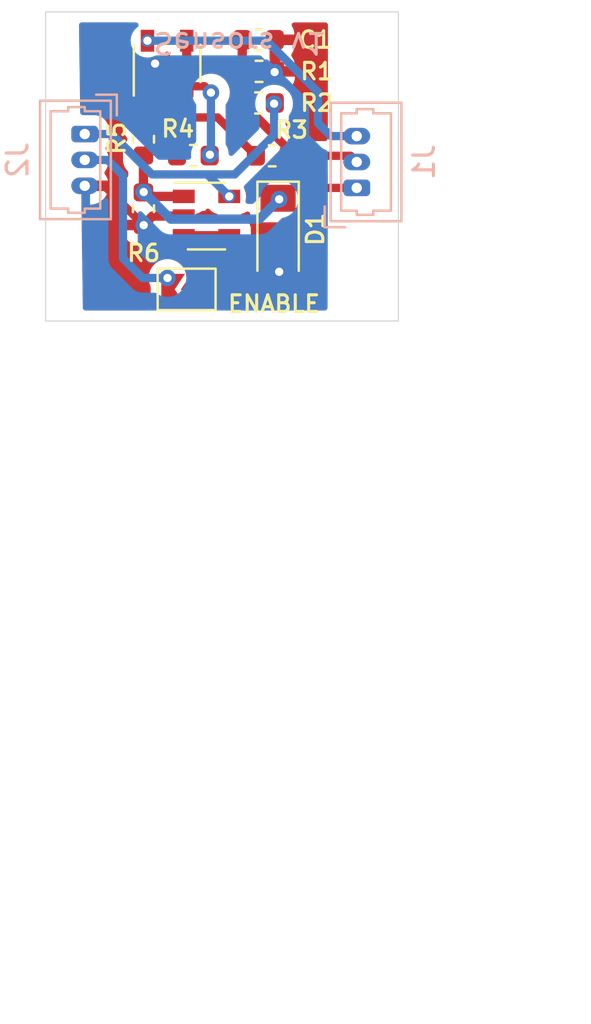
<source format=kicad_pcb>
(kicad_pcb (version 20201002) (generator pcbnew)

  (general
    (thickness 1.6)
  )

  (paper "A")
  (layers
    (0 "F.Cu" signal)
    (31 "B.Cu" signal)
    (32 "B.Adhes" user "B.Adhesive")
    (33 "F.Adhes" user "F.Adhesive")
    (34 "B.Paste" user)
    (35 "F.Paste" user)
    (36 "B.SilkS" user "B.Silkscreen")
    (37 "F.SilkS" user "F.Silkscreen")
    (38 "B.Mask" user)
    (39 "F.Mask" user)
    (40 "Dwgs.User" user "User.Drawings")
    (41 "Cmts.User" user "User.Comments")
    (42 "Eco1.User" user "User.Eco1")
    (43 "Eco2.User" user "User.Eco2")
    (44 "Edge.Cuts" user)
    (45 "Margin" user)
    (46 "B.CrtYd" user "B.Courtyard")
    (47 "F.CrtYd" user "F.Courtyard")
    (48 "B.Fab" user)
    (49 "F.Fab" user)
    (50 "User.1" user)
    (51 "User.2" user)
    (52 "User.3" user)
    (53 "User.4" user)
    (54 "User.5" user)
    (55 "User.6" user)
    (56 "User.7" user)
    (57 "User.8" user)
    (58 "User.9" user)
  )

  (setup
    (stackup
      (layer "F.SilkS" (type "Top Silk Screen"))
      (layer "F.Paste" (type "Top Solder Paste"))
      (layer "F.Mask" (type "Top Solder Mask") (color "Green") (thickness 0.01))
      (layer "F.Cu" (type "copper") (thickness 0.035))
      (layer "dielectric 1" (type "core") (thickness 1.51) (material "FR4") (epsilon_r 4.5) (loss_tangent 0.02))
      (layer "B.Cu" (type "copper") (thickness 0.035))
      (layer "B.Mask" (type "Bottom Solder Mask") (color "Green") (thickness 0.01))
      (layer "B.Paste" (type "Bottom Solder Paste"))
      (layer "B.SilkS" (type "Bottom Silk Screen"))
      (copper_finish "None")
      (dielectric_constraints no)
    )
    (pcbplotparams
      (layerselection 0x00010fc_ffffffff)
      (disableapertmacros false)
      (usegerberextensions false)
      (usegerberattributes true)
      (usegerberadvancedattributes true)
      (creategerberjobfile true)
      (svguseinch false)
      (svgprecision 6)
      (excludeedgelayer true)
      (plotframeref false)
      (viasonmask false)
      (mode 1)
      (useauxorigin false)
      (hpglpennumber 1)
      (hpglpenspeed 20)
      (hpglpendiameter 15.000000)
      (psnegative false)
      (psa4output false)
      (plotreference true)
      (plotvalue true)
      (plotinvisibletext false)
      (sketchpadsonfab false)
      (subtractmaskfromsilk false)
      (outputformat 1)
      (mirror false)
      (drillshape 1)
      (scaleselection 1)
      (outputdirectory "")
    )
  )


  (net 0 "")
  (net 1 "GND")
  (net 2 "Net-(C1-Pad1)")
  (net 3 "Net-(D1-Pad1)")
  (net 4 "+12V")
  (net 5 "Net-(J2-Pad2)")
  (net 6 "+5V")
  (net 7 "Net-(JP1-Pad1)")
  (net 8 "Net-(R3-Pad1)")
  (net 9 "Net-(R4-Pad2)")
  (net 10 "Net-(R4-Pad1)")

  (module "Resistor_SMD:R_0603_1608Metric" (layer "F.Cu") (tedit 5B301BBD) (tstamp 104cb212-d118-4da7-941c-7c943ecc5295)
    (at 129.187998 83.5055 -90)
    (descr "Resistor SMD 0603 (1608 Metric), square (rectangular) end terminal, IPC_7351 nominal, (Body size source: http://www.tortai-tech.com/upload/download/2011102023233369053.pdf), generated with kicad-footprint-generator")
    (tags "resistor")
    (property "Nombre de hoja" "")
    (property "Sheet file" "/home/fdsoftware/electronica/OpenEFI-PCB/STM32F_rev3/modules/sensors/v1/Sensors_V1.kicad_sch")
    (path "/f10cc9e1-0ccd-42f4-bf13-05c36286c015")
    (attr smd)
    (fp_text reference "R6" (at 2.1445 -0.012002 180) (layer "F.SilkS")
      (effects (font (size 0.8 0.8) (thickness 0.15)))
      (tstamp 282053d7-e448-41d5-b00a-7bfe3f9c75ae)
    )
    (fp_text value "33k  1/10W +-1%" (at 0 1.43 90) (layer "F.Fab") hide
      (effects (font (size 1 1) (thickness 0.15)))
      (tstamp c5ed9cb6-ac77-4ef7-95d0-ff0ee8064266)
    )
    (fp_text user "${REFERENCE}" (at 0 0 90) (layer "F.Fab")
      (effects (font (size 0.4 0.4) (thickness 0.06)))
      (tstamp 0a311069-c6b0-4fec-a92a-638f32261b2b)
    )
    (fp_line (start -0.162779 0.51) (end 0.162779 0.51) (layer "F.SilkS") (width 0.12) (tstamp 02b33a0a-977d-457d-b5c5-89c77e42c443))
    (fp_line (start -0.162779 -0.51) (end 0.162779 -0.51) (layer "F.SilkS") (width 0.12) (tstamp 7487be48-5468-40ab-a64c-32ab41e7e10a))
    (fp_line (start -1.48 -0.73) (end 1.48 -0.73) (layer "F.CrtYd") (width 0.05) (tstamp 06478f05-7c36-444e-9760-421c597aac3f))
    (fp_line (start -1.48 0.73) (end -1.48 -0.73) (layer "F.CrtYd") (width 0.05) (tstamp 7c1c9935-a14a-45ab-a05d-7ced6c04d6cd))
    (fp_line (start 1.48 0.73) (end -1.48 0.73) (layer "F.CrtYd") (width 0.05) (tstamp 8a09419d-3ba9-4726-89bb-02134feb7616))
    (fp_line (start 1.48 -0.73) (end 1.48 0.73) (layer "F.CrtYd") (width 0.05) (tstamp ae1d0469-ac92-4e38-991a-23fefe21c7a0))
    (fp_line (start 0.8 -0.4) (end 0.8 0.4) (layer "F.Fab") (width 0.1) (tstamp 0d7f6670-81da-42c8-a3a3-aca7b966f59a))
    (fp_line (start -0.8 0.4) (end -0.8 -0.4) (layer "F.Fab") (width 0.1) (tstamp 33cf4311-b543-4169-b510-3b292f4a6ea1))
    (fp_line (start -0.8 -0.4) (end 0.8 -0.4) (layer "F.Fab") (width 0.1) (tstamp 84a71317-38b3-4469-a565-89f38a61c28c))
    (fp_line (start 0.8 0.4) (end -0.8 0.4) (layer "F.Fab") (width 0.1) (tstamp bfb28e8c-4c94-4047-8920-a8262298d062))
    (pad "1" smd roundrect (at -0.7875 0 270) (size 0.875 0.95) (layers "F.Cu" "F.Paste" "F.Mask") (roundrect_rratio 0.25)
      (net 3 "Net-(D1-Pad1)") (tstamp eb0c13cf-5b1d-4508-8c08-079639182f1b))
    (pad "2" smd roundrect (at 0.7875 0 270) (size 0.875 0.95) (layers "F.Cu" "F.Paste" "F.Mask") (roundrect_rratio 0.25)
      (net 1 "GND") (tstamp fd0f0bf6-b65e-4e8d-ae12-b558abf5b482))
    (model "${KISYS3DMOD}/Resistor_SMD.3dshapes/R_0603_1608Metric.wrl"
      (offset (xyz 0 0 0))
      (scale (xyz 1 1 1))
      (rotate (xyz 0 0 0))
    )
  )

  (module "Resistor_SMD:R_0603_1608Metric" (layer "F.Cu") (tedit 5B301BBD) (tstamp 285e1d64-1015-4631-ad8e-61fe065f2e93)
    (at 135.4125 80.95)
    (descr "Resistor SMD 0603 (1608 Metric), square (rectangular) end terminal, IPC_7351 nominal, (Body size source: http://www.tortai-tech.com/upload/download/2011102023233369053.pdf), generated with kicad-footprint-generator")
    (tags "resistor")
    (property "LCSC" "C309092")
    (property "Nombre de hoja" "")
    (property "Sheet file" "/home/fdsoftware/electronica/OpenEFI-PCB/STM32F_rev3/modules/sensors/v1/Sensors_V1.kicad_sch")
    (path "/97908eba-106d-42a3-a079-09de16fc5681")
    (attr smd)
    (fp_text reference "R3" (at 0.9375 -1.25 180) (layer "F.SilkS")
      (effects (font (size 0.8 0.8) (thickness 0.15)))
      (tstamp 9df14a4e-de7c-4c2e-bd2b-658571407491)
    )
    (fp_text value "2.2k" (at 0 1.43) (layer "F.Fab") hide
      (effects (font (size 1 1) (thickness 0.15)))
      (tstamp 9c637a5c-9e07-4ab4-b66c-d0605a21c28f)
    )
    (fp_text user "${REFERENCE}" (at 0 0) (layer "F.Fab")
      (effects (font (size 0.4 0.4) (thickness 0.06)))
      (tstamp 4df3c19a-545e-43fb-96d9-50e020ff2cd6)
    )
    (fp_line (start -0.162779 0.51) (end 0.162779 0.51) (layer "F.SilkS") (width 0.12) (tstamp 41dd9554-2cc0-49db-a895-15ce37f56aaf))
    (fp_line (start -0.162779 -0.51) (end 0.162779 -0.51) (layer "F.SilkS") (width 0.12) (tstamp 4eebc8b3-c02c-4fe4-b06b-c766bbe69c32))
    (fp_line (start 1.48 -0.73) (end 1.48 0.73) (layer "F.CrtYd") (width 0.05) (tstamp 2f3caa6a-5d6e-4c02-8c84-008047a7019a))
    (fp_line (start -1.48 0.73) (end -1.48 -0.73) (layer "F.CrtYd") (width 0.05) (tstamp a99ddb81-9627-4876-a531-bcdc2df96019))
    (fp_line (start -1.48 -0.73) (end 1.48 -0.73) (layer "F.CrtYd") (width 0.05) (tstamp d788df99-d52d-41ed-805e-665e908ff92f))
    (fp_line (start 1.48 0.73) (end -1.48 0.73) (layer "F.CrtYd") (width 0.05) (tstamp e0a80477-05f3-4ca5-a091-f0166196ee86))
    (fp_line (start -0.8 0.4) (end -0.8 -0.4) (layer "F.Fab") (width 0.1) (tstamp 168cbdb3-d4a4-459e-a0ee-7e360096a0cd))
    (fp_line (start 0.8 -0.4) (end 0.8 0.4) (layer "F.Fab") (width 0.1) (tstamp 4ae9f8b0-218e-4624-ba85-2161a7191a00))
    (fp_line (start 0.8 0.4) (end -0.8 0.4) (layer "F.Fab") (width 0.1) (tstamp 60782b19-1649-49a1-816b-12a6ec385e1f))
    (fp_line (start -0.8 -0.4) (end 0.8 -0.4) (layer "F.Fab") (width 0.1) (tstamp ed747da6-cea7-449a-8d85-e8fa9d949f76))
    (pad "1" smd roundrect (at -0.7875 0) (size 0.875 0.95) (layers "F.Cu" "F.Paste" "F.Mask") (roundrect_rratio 0.25)
      (net 8 "Net-(R3-Pad1)") (tstamp 632ea948-f23e-4a7b-8674-df37fb202ea6))
    (pad "2" smd roundrect (at 0.7875 0) (size 0.875 0.95) (layers "F.Cu" "F.Paste" "F.Mask") (roundrect_rratio 0.25)
      (net 2 "Net-(C1-Pad1)") (tstamp 0942aa36-51e8-4fd7-970b-9618758cad62))
    (model "${KISYS3DMOD}/Resistor_SMD.3dshapes/R_0603_1608Metric.wrl"
      (offset (xyz 0 0 0))
      (scale (xyz 1 1 1))
      (rotate (xyz 0 0 0))
    )
  )

  (module "Capacitor_SMD:C_0603_1608Metric" (layer "F.Cu") (tedit 5B301BBE) (tstamp 3bd127b5-eefa-49f3-ae84-5699163bb4f5)
    (at 134.750498 75.352)
    (descr "Capacitor SMD 0603 (1608 Metric), square (rectangular) end terminal, IPC_7351 nominal, (Body size source: http://www.tortai-tech.com/upload/download/2011102023233369053.pdf), generated with kicad-footprint-generator")
    (tags "capacitor")
    (property "LCSC" "C185593")
    (property "Nombre de hoja" "")
    (property "Sheet file" "/home/fdsoftware/electronica/OpenEFI-PCB/STM32F_rev3/modules/sensors/v1/Sensors_V1.kicad_sch")
    (path "/b3ad9460-e563-4634-95be-357881a256d1")
    (attr smd)
    (fp_text reference "C1" (at 2.749502 0) (layer "F.SilkS")
      (effects (font (size 0.8 0.8) (thickness 0.15)))
      (tstamp d4d422b0-f49a-431c-9c91-b8094f96fb3b)
    )
    (fp_text value "240pF" (at 0 1.43) (layer "F.Fab") hide
      (effects (font (size 1 1) (thickness 0.15)))
      (tstamp 348e7894-2def-4d3b-9645-c103a2e558be)
    )
    (fp_text user "${REFERENCE}" (at 0 0) (layer "F.Fab")
      (effects (font (size 0.4 0.4) (thickness 0.06)))
      (tstamp 1d8ec8fc-bb9d-424f-bba6-199627129406)
    )
    (fp_line (start -0.162779 0.51) (end 0.162779 0.51) (layer "F.SilkS") (width 0.12) (tstamp 8ce6028f-ae15-44e5-9371-decdb4e82d55))
    (fp_line (start -0.162779 -0.51) (end 0.162779 -0.51) (layer "F.SilkS") (width 0.12) (tstamp dc149f58-2987-496a-a933-9b29eb2215fa))
    (fp_line (start 1.48 0.73) (end -1.48 0.73) (layer "F.CrtYd") (width 0.05) (tstamp 1a9f263c-43c3-4eb4-a739-d0ec10f54a39))
    (fp_line (start 1.48 -0.73) (end 1.48 0.73) (layer "F.CrtYd") (width 0.05) (tstamp 4d9e9df9-b9f4-4fb1-8001-b308382c1a93))
    (fp_line (start -1.48 0.73) (end -1.48 -0.73) (layer "F.CrtYd") (width 0.05) (tstamp 75a8b1d4-37e4-406d-8dc8-2378fb1fbe9e))
    (fp_line (start -1.48 -0.73) (end 1.48 -0.73) (layer "F.CrtYd") (width 0.05) (tstamp 76219bcd-bad5-475d-84a8-4e83f6b99763))
    (fp_line (start -0.8 0.4) (end -0.8 -0.4) (layer "F.Fab") (width 0.1) (tstamp 297a6ea1-b5b1-4b57-83c6-919f3492b323))
    (fp_line (start 0.8 -0.4) (end 0.8 0.4) (layer "F.Fab") (width 0.1) (tstamp 3f46ac18-95fb-49df-8d17-333a85db5986))
    (fp_line (start 0.8 0.4) (end -0.8 0.4) (layer "F.Fab") (width 0.1) (tstamp 44b1d0f4-8c0c-4c07-9ca7-178dcd35aa0d))
    (fp_line (start -0.8 -0.4) (end 0.8 -0.4) (layer "F.Fab") (width 0.1) (tstamp cfd4affd-2574-4a47-8fbb-4e20a35d811e))
    (pad "1" smd roundrect (at -0.7875 0) (size 0.875 0.95) (layers "F.Cu" "F.Paste" "F.Mask") (roundrect_rratio 0.25)
      (net 2 "Net-(C1-Pad1)") (tstamp 0c36e70b-ae76-4975-b338-1ca06743efd8))
    (pad "2" smd roundrect (at 0.7875 0) (size 0.875 0.95) (layers "F.Cu" "F.Paste" "F.Mask") (roundrect_rratio 0.25)
      (net 1 "GND") (tstamp 772bf224-d54c-4217-916f-309119dbcd94))
    (model "${KISYS3DMOD}/Capacitor_SMD.3dshapes/C_0603_1608Metric.wrl"
      (offset (xyz 0 0 0))
      (scale (xyz 1 1 1))
      (rotate (xyz 0 0 0))
    )
  )

  (module "Package_TO_SOT_SMD:SOT-23-5" (layer "F.Cu") (tedit 5F8B7D7F) (tstamp 3e19d552-3999-4eb9-a47d-8173af6a13c6)
    (at 130.330998 76.495 90)
    (descr "5-pin SOT23 package")
    (tags "SOT-23-5")
    (property "Nombre de hoja" "")
    (property "Sheet file" "/home/fdsoftware/electronica/OpenEFI-PCB/STM32F_rev3/modules/sensors/v1/Sensors_V1.kicad_sch")
    (path "/5cc8c494-c7f8-499c-ba8d-0f5330a77585")
    (attr smd)
    (fp_text reference "U1" (at 2.921 0 90) (layer "F.SilkS") hide
      (effects (font (size 1 1) (thickness 0.15)))
      (tstamp d4a683cc-4984-422e-a3de-7e0a73a7f8d9)
    )
    (fp_text value "LM321" (at 0 2.9 90) (layer "F.Fab") hide
      (effects (font (size 1 1) (thickness 0.15)))
      (tstamp 1907c181-5fa1-4c93-b871-9a42cd044089)
    )
    (fp_text user "${REFERENCE}" (at 0 0) (layer "F.Fab")
      (effects (font (size 0.5 0.5) (thickness 0.075)))
      (tstamp daca3e1b-d804-4035-9304-14409b48b6d5)
    )
    (fp_line (start -0.9 1.61) (end 0.9 1.61) (layer "F.SilkS") (width 0.12) (tstamp 7288ffce-cfe3-407c-854f-cc566de40785))
    (fp_line (start 0.9 -1.61) (end -1.55 -1.61) (layer "F.SilkS") (width 0.12) (tstamp ae3b140f-d794-4e7a-bddb-9dd40734e6e4))
    (fp_line (start 1.9 1.8) (end -1.9 1.8) (layer "F.CrtYd") (width 0.05) (tstamp 382055d2-5f66-4ea7-b5f2-d4304941f470))
    (fp_line (start -1.9 -1.8) (end 1.9 -1.8) (layer "F.CrtYd") (width 0.05) (tstamp 3acb5c36-3b27-4b03-913a-7238fa960c44))
    (fp_line (start 1.9 -1.8) (end 1.9 1.8) (layer "F.CrtYd") (width 0.05) (tstamp 5f710fc8-1eb9-49b5-9d25-98c5da367664))
    (fp_line (start -1.9 1.8) (end -1.9 -1.8) (layer "F.CrtYd") (width 0.05) (tstamp f5874a3c-1acb-4b47-a2f0-fe6ada54de2f))
    (fp_line (start -0.9 -0.9) (end -0.25 -1.55) (layer "F.Fab") (width 0.1) (tstamp 47f39ddd-824f-42d5-afdc-bc590a51b0a2))
    (fp_line (start -0.9 -0.9) (end -0.9 1.55) (layer "F.Fab") (width 0.1) (tstamp 4d5cd07a-7114-434c-b09a-ce48b02fb4fb))
    (fp_line (start 0.9 1.55) (end -0.9 1.55) (layer "F.Fab") (width 0.1) (tstamp 4d828d8f-e08a-4c1b-aaf0-946d345fb34e))
    (fp_line (start 0.9 -1.55) (end 0.9 1.55) (layer "F.Fab") (width 0.1) (tstamp 60a3a70b-129f-4c68-b9c5-326a2894fbff))
    (fp_line (start 0.9 -1.55) (end -0.25 -1.55) (layer "F.Fab") (width 0.1) (tstamp bc7d27d5-edeb-4762-8acd-844c229da7fc))
    (pad "1" smd rect (at -1.1 -0.95 90) (size 1.06 0.65) (layers "F.Cu" "F.Paste" "F.Mask")
      (net 8 "Net-(R3-Pad1)") (pinfunction "+") (tstamp 73e9f401-28a1-4aae-aecf-15d9d791972b))
    (pad "2" smd rect (at -1.1 0 90) (size 1.06 0.65) (layers "F.Cu" "F.Paste" "F.Mask")
      (net 1 "GND") (pinfunction "V-") (tstamp 36a7d23e-ef40-4be7-b51f-db4dd4942b92))
    (pad "3" smd rect (at -1.1 0.95 90) (size 1.06 0.65) (layers "F.Cu" "F.Paste" "F.Mask")
      (net 10 "Net-(R4-Pad1)") (pinfunction "-") (tstamp c9d85bdb-094e-411f-8b85-e63d116d723d))
    (pad "4" smd rect (at 1.1 0.95 90) (size 1.06 0.65) (layers "F.Cu" "F.Paste" "F.Mask")
      (net 10 "Net-(R4-Pad1)") (tstamp 38306287-01d0-41ea-8928-b4ab40685698))
    (pad "5" smd rect (at 1.1 -0.95 90) (size 1.06 0.65) (layers "F.Cu" "F.Paste" "F.Mask")
      (net 4 "+12V") (pinfunction "V+") (tstamp 9f4cc675-6103-484a-a30b-da664674b899))
    (model "${KISYS3DMOD}/Package_TO_SOT_SMD.3dshapes/SOT-23-5.wrl"
      (offset (xyz 0 0 0))
      (scale (xyz 1 1 1))
      (rotate (xyz 0 0 0))
    )
  )

  (module "Resistor_SMD:R_0603_1608Metric" (layer "F.Cu") (tedit 5B301BBD) (tstamp 87d7350d-a144-49cf-9e4e-cc09b397b64e)
    (at 134.750498 78.4)
    (descr "Resistor SMD 0603 (1608 Metric), square (rectangular) end terminal, IPC_7351 nominal, (Body size source: http://www.tortai-tech.com/upload/download/2011102023233369053.pdf), generated with kicad-footprint-generator")
    (tags "resistor")
    (property "LCSC" "C217931")
    (property "Nombre de hoja" "")
    (property "Sheet file" "/home/fdsoftware/electronica/OpenEFI-PCB/STM32F_rev3/modules/sensors/v1/Sensors_V1.kicad_sch")
    (path "/f487dacc-7054-46e5-84a2-ed083d89316a")
    (attr smd)
    (fp_text reference "R2" (at 2.8195 0) (layer "F.SilkS")
      (effects (font (size 0.8 0.8) (thickness 0.15)))
      (tstamp d68f6395-6c84-4dd2-927a-d59f005572c6)
    )
    (fp_text value "28.6k +-1%" (at 0 1.43) (layer "F.Fab") hide
      (effects (font (size 1 1) (thickness 0.15)))
      (tstamp c6f0a0fd-e254-4d37-9137-da7a0c746feb)
    )
    (fp_text user "${REFERENCE}" (at 0 0) (layer "F.Fab")
      (effects (font (size 0.4 0.4) (thickness 0.06)))
      (tstamp 34b7d469-cca1-40e7-b50a-302a0943b71f)
    )
    (fp_line (start -0.162779 -0.51) (end 0.162779 -0.51) (layer "F.SilkS") (width 0.12) (tstamp 000efb86-1297-4028-aef1-bd0894d2b8f5))
    (fp_line (start -0.162779 0.51) (end 0.162779 0.51) (layer "F.SilkS") (width 0.12) (tstamp 262fe4de-9923-4194-b755-e0a5d64d4bd0))
    (fp_line (start -1.48 -0.73) (end 1.48 -0.73) (layer "F.CrtYd") (width 0.05) (tstamp 18c01110-5dfa-4ba1-ab6c-db52833b3431))
    (fp_line (start 1.48 -0.73) (end 1.48 0.73) (layer "F.CrtYd") (width 0.05) (tstamp 62878ced-eac6-4d84-8b84-87bca2cadbf2))
    (fp_line (start 1.48 0.73) (end -1.48 0.73) (layer "F.CrtYd") (width 0.05) (tstamp 7550d172-bdd6-490d-b7e9-81e031685701))
    (fp_line (start -1.48 0.73) (end -1.48 -0.73) (layer "F.CrtYd") (width 0.05) (tstamp 97f2ce05-0510-451a-b171-8a4458c80098))
    (fp_line (start -0.8 0.4) (end -0.8 -0.4) (layer "F.Fab") (width 0.1) (tstamp 73bbae69-6e36-42cc-9639-328dd9f2b204))
    (fp_line (start 0.8 -0.4) (end 0.8 0.4) (layer "F.Fab") (width 0.1) (tstamp a2149631-dfa6-4ccc-bc3e-6f01ffb0d179))
    (fp_line (start -0.8 -0.4) (end 0.8 -0.4) (layer "F.Fab") (width 0.1) (tstamp e8c001a6-9f61-4aa8-8af0-04c1faf11897))
    (fp_line (start 0.8 0.4) (end -0.8 0.4) (layer "F.Fab") (width 0.1) (tstamp f3e6df98-e8b1-41d4-9a97-0db349e71848))
    (pad "1" smd roundrect (at -0.7875 0) (size 0.875 0.95) (layers "F.Cu" "F.Paste" "F.Mask") (roundrect_rratio 0.25)
      (net 2 "Net-(C1-Pad1)") (tstamp a8fb6335-5a89-477e-8eeb-4c90cb516521))
    (pad "2" smd roundrect (at 0.7875 0) (size 0.875 0.95) (layers "F.Cu" "F.Paste" "F.Mask") (roundrect_rratio 0.25)
      (net 6 "+5V") (tstamp 8ea86368-2093-43f9-ae74-76b9fd463ad4))
    (model "${KISYS3DMOD}/Resistor_SMD.3dshapes/R_0603_1608Metric.wrl"
      (offset (xyz 0 0 0))
      (scale (xyz 1 1 1))
      (rotate (xyz 0 0 0))
    )
  )

  (module "Resistor_SMD:R_0603_1608Metric" (layer "F.Cu") (tedit 5B301BBD) (tstamp 92510194-1d37-4338-9a75-1fcc7238eae0)
    (at 131.600998 80.94 180)
    (descr "Resistor SMD 0603 (1608 Metric), square (rectangular) end terminal, IPC_7351 nominal, (Body size source: http://www.tortai-tech.com/upload/download/2011102023233369053.pdf), generated with kicad-footprint-generator")
    (tags "resistor")
    (property "LCSC" "C217760")
    (property "Nombre de hoja" "")
    (property "Sheet file" "/home/fdsoftware/electronica/OpenEFI-PCB/STM32F_rev3/modules/sensors/v1/Sensors_V1.kicad_sch")
    (path "/07bdeefb-c298-46ea-83fe-565cbb35ca4d")
    (attr smd)
    (fp_text reference "R4" (at 0.750998 1.29) (layer "F.SilkS")
      (effects (font (size 0.8 0.8) (thickness 0.15)))
      (tstamp 5596b5ae-324a-451d-bf52-8e0713185a28)
    )
    (fp_text value "16k 1/10W +-1%" (at 0 1.43) (layer "F.Fab") hide
      (effects (font (size 1 1) (thickness 0.15)))
      (tstamp 7526d980-fe9e-4a2a-9e6d-bec14506278b)
    )
    (fp_text user "${REFERENCE}" (at 0 0) (layer "F.Fab")
      (effects (font (size 0.4 0.4) (thickness 0.06)))
      (tstamp dabef8cd-707b-4ca9-bc1e-c0c506cc0b39)
    )
    (fp_line (start -0.162779 0.51) (end 0.162779 0.51) (layer "F.SilkS") (width 0.12) (tstamp 0e916651-060b-4527-a440-d79783e229d5))
    (fp_line (start -0.162779 -0.51) (end 0.162779 -0.51) (layer "F.SilkS") (width 0.12) (tstamp 14054bea-c763-442e-9958-de6117e7b752))
    (fp_line (start -1.48 -0.73) (end 1.48 -0.73) (layer "F.CrtYd") (width 0.05) (tstamp 9c9a824f-733b-4980-8609-1281b39980fc))
    (fp_line (start 1.48 0.73) (end -1.48 0.73) (layer "F.CrtYd") (width 0.05) (tstamp c8d6832d-39ce-4ba2-b6a4-7e4b57166cda))
    (fp_line (start -1.48 0.73) (end -1.48 -0.73) (layer "F.CrtYd") (width 0.05) (tstamp cfc8ca20-286a-4adf-84e7-bd12961974e6))
    (fp_line (start 1.48 -0.73) (end 1.48 0.73) (layer "F.CrtYd") (width 0.05) (tstamp f386fd11-e648-4f04-b2f0-e33576e4a191))
    (fp_line (start -0.8 -0.4) (end 0.8 -0.4) (layer "F.Fab") (width 0.1) (tstamp 0d05f7a9-8115-423f-8501-8a8edb8bf0da))
    (fp_line (start -0.8 0.4) (end -0.8 -0.4) (layer "F.Fab") (width 0.1) (tstamp 1c2f7cef-c80f-4556-85b2-bed40fa7c64e))
    (fp_line (start 0.8 0.4) (end -0.8 0.4) (layer "F.Fab") (width 0.1) (tstamp 6d083c55-cc9f-4555-a805-079599e70480))
    (fp_line (start 0.8 -0.4) (end 0.8 0.4) (layer "F.Fab") (width 0.1) (tstamp c3b0f412-82a9-4faf-9ba4-5f46ed99cad7))
    (pad "1" smd roundrect (at -0.7875 0 180) (size 0.875 0.95) (layers "F.Cu" "F.Paste" "F.Mask") (roundrect_rratio 0.25)
      (net 10 "Net-(R4-Pad1)") (tstamp facd50a0-2581-4503-820a-480f57a5e9ca))
    (pad "2" smd roundrect (at 0.7875 0 180) (size 0.875 0.95) (layers "F.Cu" "F.Paste" "F.Mask") (roundrect_rratio 0.25)
      (net 9 "Net-(R4-Pad2)") (tstamp fe026765-1a31-4e08-b0f1-e84fa1d8836d))
    (model "${KISYS3DMOD}/Resistor_SMD.3dshapes/R_0603_1608Metric.wrl"
      (offset (xyz 0 0 0))
      (scale (xyz 1 1 1))
      (rotate (xyz 0 0 0))
    )
  )

  (module "Jumper:SolderJumper-2_P1.3mm_Open_TrianglePad1.0x1.5mm" (layer "F.Cu") (tedit 5F8B7D03) (tstamp a051124e-edf5-4bbe-895b-79aefc5c21e5)
    (at 131.275 87.4 180)
    (descr "SMD Solder Jumper, 1x1.5mm Triangular Pads, 0.3mm gap, open")
    (tags "solder jumper open")
    (property "Nombre de hoja" "")
    (property "Sheet file" "/home/fdsoftware/electronica/OpenEFI-PCB/STM32F_rev3/modules/sensors/v1/Sensors_V1.kicad_sch")
    (path "/85af992c-c286-402c-9508-6376c34b9d34")
    (attr exclude_from_pos_files)
    (fp_text reference "JP1" (at 0 -1.8) (layer "F.SilkS") hide
      (effects (font (size 1 1) (thickness 0.15)))
      (tstamp 7939e58f-339a-48a1-8263-61b4dedfa073)
    )
    (fp_text value "Jumper_NC_Small" (at 0 1.9) (layer "F.Fab") hide
      (effects (font (size 1 1) (thickness 0.15)))
      (tstamp 30f06ca6-f183-41ca-8958-bda45a48384c)
    )
    (fp_line (start -1.4 -1) (end 1.4 -1) (layer "F.SilkS") (width 0.12) (tstamp 09527eff-5be0-46a3-ab6d-952dc20c5bd2))
    (fp_line (start 1.4 -1) (end 1.4 1) (layer "F.SilkS") (width 0.12) (tstamp 183c05bc-8109-4fdc-8263-b96f6e7a0c6e))
    (fp_line (start -1.4 1) (end -1.4 -1) (layer "F.SilkS") (width 0.12) (tstamp 4b965353-0220-4d9d-b989-902719dab4f4))
    (fp_line (start 1.4 1) (end -1.4 1) (layer "F.SilkS") (width 0.12) (tstamp b4cd72d1-1de4-4d3a-beba-465813490682))
    (fp_line (start 1.65 1.25) (end -1.65 1.25) (layer "F.CrtYd") (width 0.05) (tstamp 8cafba57-3222-418b-a41d-656d31dd3ec5))
    (fp_line (start -1.65 -1.25) (end -1.65 1.25) (layer "F.CrtYd") (width 0.05) (tstamp b8dcc00d-fec6-44ea-809a-17c1846e0d84))
    (fp_line (start 1.65 1.25) (end 1.65 -1.25) (layer "F.CrtYd") (width 0.05) (tstamp e4afb195-a26e-45aa-bab8-c0f0aa90cc62))
    (fp_line (start -1.65 -1.25) (end 1.65 -1.25) (layer "F.CrtYd") (width 0.05) (tstamp f8f14bb6-6795-4288-a511-e772e56dfddf))
    (pad "1" smd custom (at -0.725 0 180) (size 0.3 0.3) (layers "F.Cu" "F.Mask")
      (net 7 "Net-(JP1-Pad1)") (pinfunction "1") (zone_connect 2)
      (options (clearance outline) (anchor rect))
      (primitives
        (gr_poly (pts
          (xy -0.5 -0.75)
          (xy 0.5 -0.75)
          (xy 1 0)
          (xy 0.5 0.75)
          (xy -0.5 0.75)
) (width 0))
      ) (tstamp c0a05ac8-6c2b-40fc-a3ea-9684443831fe))
    (pad "2" smd custom (at 0.725 0 180) (size 0.3 0.3) (layers "F.Cu" "F.Mask")
      (net 5 "Net-(J2-Pad2)") (pinfunction "2") (zone_connect 2)
      (options (clearance outline) (anchor rect))
      (primitives
        (gr_poly (pts
          (xy -0.65 -0.75)
          (xy 0.5 -0.75)
          (xy 0.5 0.75)
          (xy -0.65 0.75)
          (xy -0.15 0)
) (width 0))
      ) (tstamp 1dd0e11e-e288-4733-97da-3a9cbeaff0a8))
  )

  (module "Resistor_SMD:R_0603_1608Metric" (layer "F.Cu") (tedit 5B301BBD) (tstamp cd1f814e-2d42-4450-a0ce-2bca86ba2042)
    (at 129.187998 80.1525 90)
    (descr "Resistor SMD 0603 (1608 Metric), square (rectangular) end terminal, IPC_7351 nominal, (Body size source: http://www.tortai-tech.com/upload/download/2011102023233369053.pdf), generated with kicad-footprint-generator")
    (tags "resistor")
    (property "LCSC" "C217840")
    (property "Nombre de hoja" "")
    (property "Sheet file" "/home/fdsoftware/electronica/OpenEFI-PCB/STM32F_rev3/modules/sensors/v1/Sensors_V1.kicad_sch")
    (path "/ceac9112-e77a-4b82-b73d-cabbf1fcb4f6")
    (attr smd)
    (fp_text reference "R5" (at 0.0525 -1.287998 90) (layer "F.SilkS")
      (effects (font (size 0.8 0.8) (thickness 0.15)))
      (tstamp 8fe0433d-421d-4104-8b21-b037d7983b2f)
    )
    (fp_text value "1k 1/10W +-1%" (at 0 1.43 90) (layer "F.Fab") hide
      (effects (font (size 1 1) (thickness 0.15)))
      (tstamp 5e6ce6fa-e46b-45a8-a424-aff403556955)
    )
    (fp_text user "${REFERENCE}" (at 0 0 90) (layer "F.Fab")
      (effects (font (size 0.4 0.4) (thickness 0.06)))
      (tstamp 10b890b1-2d61-40ba-a582-eff10168202d)
    )
    (fp_line (start -0.162779 0.51) (end 0.162779 0.51) (layer "F.SilkS") (width 0.12) (tstamp 05850785-3803-48fc-9ac3-1e67558a27fd))
    (fp_line (start -0.162779 -0.51) (end 0.162779 -0.51) (layer "F.SilkS") (width 0.12) (tstamp e2fcbbb0-7ae5-406b-8e0c-6c3eeb180bf3))
    (fp_line (start 1.48 -0.73) (end 1.48 0.73) (layer "F.CrtYd") (width 0.05) (tstamp 0bb31888-1b02-4386-9727-fcd172cf6364))
    (fp_line (start 1.48 0.73) (end -1.48 0.73) (layer "F.CrtYd") (width 0.05) (tstamp 1510d1e8-ddfd-43bf-ac81-3d3c43835e1c))
    (fp_line (start -1.48 -0.73) (end 1.48 -0.73) (layer "F.CrtYd") (width 0.05) (tstamp 796cd7d0-ab16-41b5-9d19-ede74bc99bca))
    (fp_line (start -1.48 0.73) (end -1.48 -0.73) (layer "F.CrtYd") (width 0.05) (tstamp d8151a22-a24d-477e-b6c6-433cb738b989))
    (fp_line (start -0.8 0.4) (end -0.8 -0.4) (layer "F.Fab") (width 0.1) (tstamp 11fd4ddd-7da5-42a3-b258-9e83fe4ab80b))
    (fp_line (start -0.8 -0.4) (end 0.8 -0.4) (layer "F.Fab") (width 0.1) (tstamp b9e1c8bc-ea3f-4de4-8fcb-fb01a16dda1a))
    (fp_line (start 0.8 0.4) (end -0.8 0.4) (layer "F.Fab") (width 0.1) (tstamp cf52abc4-3eec-43ec-b879-e7e2e5027801))
    (fp_line (start 0.8 -0.4) (end 0.8 0.4) (layer "F.Fab") (width 0.1) (tstamp d61a8eda-fac0-45a4-9e98-68bc83b6b309))
    (pad "1" smd roundrect (at -0.7875 0 90) (size 0.875 0.95) (layers "F.Cu" "F.Paste" "F.Mask") (roundrect_rratio 0.25)
      (net 3 "Net-(D1-Pad1)") (tstamp 26fad1f2-7456-449e-84f4-a3b419acb42d))
    (pad "2" smd roundrect (at 0.7875 0 90) (size 0.875 0.95) (layers "F.Cu" "F.Paste" "F.Mask") (roundrect_rratio 0.25)
      (net 9 "Net-(R4-Pad2)") (tstamp 538c836d-b589-447e-841f-b8c268f11856))
    (model "${KISYS3DMOD}/Resistor_SMD.3dshapes/R_0603_1608Metric.wrl"
      (offset (xyz 0 0 0))
      (scale (xyz 1 1 1))
      (rotate (xyz 0 0 0))
    )
  )

  (module "Diode_SMD:D_MiniMELF" (layer "F.Cu") (tedit 5905D8F5) (tstamp d728f500-5955-436b-8d48-ff19b7f3bf94)
    (at 135.696904 84.749864 -90)
    (descr "Diode Mini-MELF")
    (tags "Diode Mini-MELF")
    (property "LCSC" "C8056")
    (property "Nombre de hoja" "")
    (property "Sheet file" "/home/fdsoftware/electronica/OpenEFI-PCB/STM32F_rev3/modules/sensors/v1/Sensors_V1.kicad_sch")
    (path "/375254d9-5733-4e3a-9098-6df3ee67221f")
    (attr smd)
    (fp_text reference "D1" (at -0.25 -1.800002 90) (layer "F.SilkS")
      (effects (font (size 0.8 0.8) (thickness 0.15)))
      (tstamp c3c782ea-18bd-4876-a711-2ad37ef162f9)
    )
    (fp_text value "DZ2S033X0L" (at 0 1.75 90) (layer "F.Fab")
      (effects (font (size 1 1) (thickness 0.15)))
      (tstamp 943fe2ec-70b7-4a36-82cb-adebb0e4ca04)
    )
    (fp_text user "${REFERENCE}" (at 0 -2 90) (layer "F.Fab")
      (effects (font (size 1 1) (thickness 0.15)))
      (tstamp 37318257-04cc-47d2-9512-76715cd84294)
    )
    (fp_line (start 1.75 -1) (end -2.55 -1) (layer "F.SilkS") (width 0.12) (tstamp 069dce1a-4f7e-4313-880e-26153479bbb7))
    (fp_line (start -2.55 1) (end 1.75 1) (layer "F.SilkS") (width 0.12) (tstamp 5cb3eef6-3a5c-45ca-bf4d-3f2310d453b1))
    (fp_line (start -2.55 -1) (end -2.55 1) (layer "F.SilkS") (width 0.12) (tstamp 85cfcdc8-5f9b-4539-ae3d-1875f86bbd6e))
    (fp_line (start -2.65 -1.1) (end 2.65 -1.1) (layer "F.CrtYd") (width 0.05) (tstamp 3f747d0e-e22d-4dc3-9327-de22d02d763e))
    (fp_line (start -2.65 1.1) (end -2.65 -1.1) (layer "F.CrtYd") (width 0.05) (tstamp 44acd052-6f92-48b2-89b4-e12c5ba06cd8))
    (fp_line (start 2.65 1.1) (end -2.65 1.1) (layer "F.CrtYd") (width 0.05) (tstamp 58ed0820-4c04-4272-915b-5315c6464a8d))
    (fp_line (start 2.65 -1.1) (end 2.65 1.1) (layer "F.CrtYd") (width 0.05) (tstamp c034d903-920e-44b7-83f4-838ceb9f1b6f))
    (fp_line (start -0.35 0) (end 0.25 -0.4) (layer "F.Fab") (width 0.1) (tstamp 103067d5-013c-4adc-ba49-de5efd6f52b0))
    (fp_line (start 0.25 0.4) (end -0.35 0) (layer "F.Fab") (width 0.1) (tstamp 2de2334a-dff3-4e6b-801b-f6d0f44169bd))
    (fp_line (start 0.25 -0.4) (end 0.25 0.4) (layer "F.Fab") (width 0.1) (tstamp 375572c1-294d-4a1f-abf0-6857e89baa02))
    (fp_line (start -1.65 -0.8) (end 1.65 -0.8) (layer "F.Fab") (width 0.1) (tstamp 5f9fa02b-9b4a-4873-8009-8ab7d8837ea9))
    (fp_line (start 1.65 -0.8) (end 1.65 0.8) (layer "F.Fab") (width 0.1) (tstamp 6806d8bc-9125-46b4-98a8-98aa8e02bda6))
    (fp_line (start -1.65 0.8) (end -1.65 -0.8) (layer "F.Fab") (width 0.1) (tstamp 88e60314-5a9f-4cdf-9e32-b83a505cf2a3))
    (fp_line (start -0.75 0) (end -0.35 0) (layer "F.Fab") (width 0.1) (tstamp 99726cc5-5547-470f-bf70-bd91314e704e))
    (fp_line (start 0.25 0) (end 0.75 0) (layer "F.Fab") (width 0.1) (tstamp d7dff723-57f8-416b-98dc-954dc4dcb457))
    (fp_line (start -0.35 0) (end -0.35 0.55) (layer "F.Fab") (width 0.1) (tstamp e8c3681d-e79d-48a1-a6c9-3d505d719d00))
    (fp_line (start -0.35 0) (end -0.35 -0.55) (layer "F.Fab") (width 0.1) (tstamp ea6484e8-70d3-458d-9cf5-a9fc55752bba))
    (fp_line (start 1.65 0.8) (end -1.65 0.8) (layer "F.Fab") (width 0.1) (tstamp ef3c8a62-a2b3-4ac3-bec9-bd0907b0e866))
    (pad "1" smd rect (at -1.75 0 270) (size 1.3 1.7) (layers "F.Cu" "F.Paste" "F.Mask")
      (net 3 "Net-(D1-Pad1)") (pinfunction "K") (tstamp 3968f11a-911b-4776-8727-d66934004f73))
    (pad "2" smd rect (at 1.75 0 270) (size 1.3 1.7) (layers "F.Cu" "F.Paste" "F.Mask")
      (net 1 "GND") (pinfunction "A") (tstamp b0d106cb-480a-4257-bc2f-388a7885c83b))
    (model "${KISYS3DMOD}/Diode_SMD.3dshapes/D_MiniMELF.wrl"
      (offset (xyz 0 0 0))
      (scale (xyz 1 1 1))
      (rotate (xyz 0 0 0))
    )
  )

  (module "Resistor_SMD:R_0603_1608Metric" (layer "F.Cu") (tedit 5B301BBD) (tstamp ef68525a-82b3-460f-8e5f-ac3437d94689)
    (at 134.775998 76.876)
    (descr "Resistor SMD 0603 (1608 Metric), square (rectangular) end terminal, IPC_7351 nominal, (Body size source: http://www.tortai-tech.com/upload/download/2011102023233369053.pdf), generated with kicad-footprint-generator")
    (tags "resistor")
    (property "LCSC" "C234508")
    (property "Nombre de hoja" "")
    (property "Sheet file" "/home/fdsoftware/electronica/OpenEFI-PCB/STM32F_rev3/modules/sensors/v1/Sensors_V1.kicad_sch")
    (path "/ec3e4e3e-f1b7-4780-9189-afa1b07acb40")
    (attr smd)
    (fp_text reference "R1" (at 2.794 0) (layer "F.SilkS")
      (effects (font (size 0.8 0.8) (thickness 0.15)))
      (tstamp d5636bdb-53d6-49ff-871e-0c8ec221f6d1)
    )
    (fp_text value "3.32k +-1%" (at 0 1.43) (layer "F.Fab") hide
      (effects (font (size 1 1) (thickness 0.15)))
      (tstamp 9fa4db8d-4abd-450a-9f5d-8352cffba59d)
    )
    (fp_text user "${REFERENCE}" (at 0 0) (layer "F.Fab")
      (effects (font (size 0.4 0.4) (thickness 0.06)))
      (tstamp f59180fa-a0e5-46d3-9142-1e25e2177906)
    )
    (fp_line (start -0.162779 -0.51) (end 0.162779 -0.51) (layer "F.SilkS") (width 0.12) (tstamp 5e49296e-d993-4355-b1b2-64a8fea4a722))
    (fp_line (start -0.162779 0.51) (end 0.162779 0.51) (layer "F.SilkS") (width 0.12) (tstamp e522a549-cfe8-4949-b9e1-9668d2e4bb30))
    (fp_line (start 1.48 -0.73) (end 1.48 0.73) (layer "F.CrtYd") (width 0.05) (tstamp 5b5404c2-2106-44f2-997f-34e412eddbb9))
    (fp_line (start -1.48 0.73) (end -1.48 -0.73) (layer "F.CrtYd") (width 0.05) (tstamp 76707840-8343-41d7-8445-67a69a7fa478))
    (fp_line (start -1.48 -0.73) (end 1.48 -0.73) (layer "F.CrtYd") (width 0.05) (tstamp 97bd9f91-38f3-4608-899d-d90ef45ff4fc))
    (fp_line (start 1.48 0.73) (end -1.48 0.73) (layer "F.CrtYd") (width 0.05) (tstamp fcb52eee-4438-460a-ad22-ad412e0cc4d8))
    (fp_line (start 0.8 0.4) (end -0.8 0.4) (layer "F.Fab") (width 0.1) (tstamp 2aff95ce-0bfa-48d2-9676-bf4d60a69999))
    (fp_line (start -0.8 0.4) (end -0.8 -0.4) (layer "F.Fab") (width 0.1) (tstamp 2dd65914-80b3-4d7d-b6d5-2a097f7d061a))
    (fp_line (start 0.8 -0.4) (end 0.8 0.4) (layer "F.Fab") (width 0.1) (tstamp 4fe44c4c-58ce-4504-bf3b-5e50329961b3))
    (fp_line (start -0.8 -0.4) (end 0.8 -0.4) (layer "F.Fab") (width 0.1) (tstamp 95db3e8b-6eec-4f6a-8367-f6a745257a6e))
    (pad "1" smd roundrect (at -0.7875 0) (size 0.875 0.95) (layers "F.Cu" "F.Paste" "F.Mask") (roundrect_rratio 0.25)
      (net 2 "Net-(C1-Pad1)") (tstamp 2696c856-8170-41d7-b458-ccf845d95a16))
    (pad "2" smd roundrect (at 0.7875 0) (size 0.875 0.95) (layers "F.Cu" "F.Paste" "F.Mask") (roundrect_rratio 0.25)
      (net 1 "GND") (tstamp 92dcaa7f-ebc8-48c3-9c78-6680bc6ee1b2))
    (model "${KISYS3DMOD}/Resistor_SMD.3dshapes/R_0603_1608Metric.wrl"
      (offset (xyz 0 0 0))
      (scale (xyz 1 1 1))
      (rotate (xyz 0 0 0))
    )
  )

  (module "Package_TO_SOT_SMD:SOT-23-5" (layer "F.Cu") (tedit 5A02FF57) (tstamp f5b30af7-ce7b-4fb9-8680-56afdb15c854)
    (at 132.235998 83.861)
    (descr "5-pin SOT23 package")
    (tags "SOT-23-5")
    (property "Nombre de hoja" "")
    (property "Sheet file" "/home/fdsoftware/electronica/OpenEFI-PCB/STM32F_rev3/modules/sensors/v1/Sensors_V1.kicad_sch")
    (path "/0257a488-b606-4249-99cd-da961377784d")
    (attr smd)
    (fp_text reference "U2" (at 3.302 -0.254) (layer "F.SilkS") hide
      (effects (font (size 1 1) (thickness 0.15)))
      (tstamp ac951be2-4e88-414a-b072-f3bce242f3de)
    )
    (fp_text value "LM321" (at 0 2.9) (layer "F.Fab") hide
      (effects (font (size 1 1) (thickness 0.15)))
      (tstamp dcc7bb0f-2204-4e82-a696-9398356c5e4e)
    )
    (fp_text user "${REFERENCE}" (at 0 0 90) (layer "F.Fab")
      (effects (font (size 0.5 0.5) (thickness 0.075)))
      (tstamp e69121c2-f4e8-4a75-91bd-fd67c709d645)
    )
    (fp_line (start 0.9 -1.61) (end -1.55 -1.61) (layer "F.SilkS") (width 0.12) (tstamp 93a182ad-cb47-4336-b194-63bcaf6e75a2))
    (fp_line (start -0.9 1.61) (end 0.9 1.61) (layer "F.SilkS") (width 0.12) (tstamp ea015682-30be-4692-830d-8d9128228389))
    (fp_line (start -1.9 -1.8) (end 1.9 -1.8) (layer "F.CrtYd") (width 0.05) (tstamp 1af66dec-9f46-4490-b180-e498b8afa149))
    (fp_line (start -1.9 1.8) (end -1.9 -1.8) (layer "F.CrtYd") (width 0.05) (tstamp 2ad605c3-3f7a-4841-b783-9f3461e47da6))
    (fp_line (start 1.9 -1.8) (end 1.9 1.8) (layer "F.CrtYd") (width 0.05) (tstamp b80cb8f8-655d-4166-a052-7be18c3895ac))
    (fp_line (start 1.9 1.8) (end -1.9 1.8) (layer "F.CrtYd") (width 0.05) (tstamp ea4a93cc-271e-447f-a52b-c98c1936dfd1))
    (fp_line (start 0.9 -1.55) (end 0.9 1.55) (layer "F.Fab") (width 0.1) (tstamp 03124778-c487-4e20-a731-cf049fc69050))
    (fp_line (start -0.9 -0.9) (end -0.25 -1.55) (layer "F.Fab") (width 0.1) (tstamp 196b3dab-a5b3-4b7b-b7c3-d87cb3e33fe6))
    (fp_line (start -0.9 -0.9) (end -0.9 1.55) (layer "F.Fab") (width 0.1) (tstamp 48051ac2-abb3-4d87-ba85-7834f0b5337c))
    (fp_line (start 0.9 -1.55) (end -0.25 -1.55) (layer "F.Fab") (width 0.1) (tstamp cc7cf206-5518-4056-861b-691e5e524d2b))
    (fp_line (start 0.9 1.55) (end -0.9 1.55) (layer "F.Fab") (width 0.1) (tstamp f6093e4d-d333-4569-aa45-de51cf36c0b3))
    (pad "1" smd rect (at -1.1 -0.95) (size 1.06 0.65) (layers "F.Cu" "F.Paste" "F.Mask")
      (net 3 "Net-(D1-Pad1)") (pinfunction "+") (tstamp aafdc041-5a07-4617-a38e-ee355572c49c))
    (pad "2" smd rect (at -1.1 0) (size 1.06 0.65) (layers "F.Cu" "F.Paste" "F.Mask")
      (net 1 "GND") (pinfunction "V-") (tstamp 27b31dc0-0d47-45de-954c-42b0e8e8c422))
    (pad "3" smd rect (at -1.1 0.95) (size 1.06 0.65) (layers "F.Cu" "F.Paste" "F.Mask")
      (net 7 "Net-(JP1-Pad1)") (pinfunction "-") (tstamp 8bf5bb96-b4e6-48c3-bd0b-f39d263ec1c1))
    (pad "4" smd rect (at 1.1 0.95) (size 1.06 0.65) (layers "F.Cu" "F.Paste" "F.Mask")
      (net 7 "Net-(JP1-Pad1)") (tstamp 3ba769fe-babd-48e3-8b19-d36228df5f79))
    (pad "5" smd rect (at 1.1 -0.95) (size 1.06 0.65) (layers "F.Cu" "F.Paste" "F.Mask")
      (net 6 "+5V") (pinfunction "V+") (tstamp 256e226e-0af9-4a9b-845b-27024422a014))
    (model "${KISYS3DMOD}/Package_TO_SOT_SMD.3dshapes/SOT-23-5.wrl"
      (offset (xyz 0 0 0))
      (scale (xyz 1 1 1))
      (rotate (xyz 0 0 0))
    )
  )

  (module "Connector_Molex:Molex_PicoBlade_53047-0310_1x03_P1.25mm_Vertical" (layer "B.Cu") (tedit 5B783167) (tstamp 2fcce2e7-9f3b-4d8b-8064-a17b35dc4148)
    (at 139.5 82.5 90)
    (descr "Molex PicoBlade Connector System, 53047-0310, 3 Pins per row (http://www.molex.com/pdm_docs/sd/530470610_sd.pdf), generated with kicad-footprint-generator")
    (tags "connector Molex PicoBlade side entry")
    (property "Nombre de hoja" "")
    (property "Sheet file" "/home/fdsoftware/electronica/OpenEFI-PCB/STM32F_rev3/modules/sensors/v1/Sensors_V1.kicad_sch")
    (path "/fafb01ba-4ea2-4531-bc31-bc1da8edf214")
    (attr through_hole)
    (fp_text reference "J1" (at 1.25 3.25 90) (layer "B.SilkS")
      (effects (font (size 1 1) (thickness 0.15)) (justify mirror))
      (tstamp 800159f4-c16d-49ee-974f-8abc830da4e6)
    )
    (fp_text value "Conn_01x03_Female" (at 1.25 -2.35 90) (layer "B.Fab")
      (effects (font (size 1 1) (thickness 0.15)) (justify mirror))
      (tstamp c568ba85-fef8-4a13-b380-f9bec2865eac)
    )
    (fp_text user "${REFERENCE}" (at 1.25 1.35 90) (layer "B.Fab")
      (effects (font (size 1 1) (thickness 0.15)) (justify mirror))
      (tstamp f3d6dade-f3b2-441e-8def-ffc358a3ed14)
    )
    (fp_line (start -1.1 0) (end -1.3 0) (layer "B.SilkS") (width 0.12) (tstamp 09dc0a73-1b8c-485f-b8bd-77fb46db6fab))
    (fp_line (start 1.25 -0.75) (end 3.6 -0.75) (layer "B.SilkS") (width 0.12) (tstamp 18ff530b-901c-49fa-a340-5986d6f00bcb))
    (fp_line (start -1.3 0.8) (end -1.1 0.8) (layer "B.SilkS") (width 0.12) (tstamp 19993856-18ae-48c9-88dd-d636c906368d))
    (fp_line (start 3.8 0.8) (end 3.6 0.8) (layer "B.SilkS") (width 0.12) (tstamp 26f137ab-7f30-4968-8fec-82d6084557d4))
    (fp_line (start 3.6 0.8) (end 3.6 1.65) (layer "B.SilkS") (width 0.12) (tstamp 27935661-e4b1-4822-8f20-cab508bfe4aa))
    (fp_line (start -1.3 0) (end -1.3 0.8) (layer "B.SilkS") (width 0.12) (tstamp 33fea0de-7924-4dc6-abd8-3d3cc3014f8e))
    (fp_line (start -1.9 -1.55) (end -1.9 -0.55) (layer "B.SilkS") (width 0.12) (tstamp 4a9b32fd-8a53-442e-b5a8-bc6eae63aaea))
    (fp_line (start -1.61 -1.26) (end 4.11 -1.26) (layer "B.SilkS") (width 0.12) (tstamp 4bb556d2-5abe-4bc3-b2ba-79aa00da0ce8))
    (fp_line (start 1.25 -0.75) (end -1.1 -0.75) (layer "B.SilkS") (width 0.12) (tstamp 4ef7d529-7296-44a2-86f5-4f0581934d96))
    (fp_line (start 3.6 1.65) (end 1.25 1.65) (layer "B.SilkS") (width 0.12) (tstamp 55e6683e-613a-4de0-be24-ed8e5d521fc1))
    (fp_line (start -1.1 -0.75) (end -1.1 0) (layer "B.SilkS") (width 0.12) (tstamp 5bbc4e27-2c50-4b63-82c2-9cc835b95f5f))
    (fp_line (start -1.9 -1.55) (end -0.9 -1.55) (layer "B.SilkS") (width 0.12) (tstamp 6109612d-f4d2-472c-b792-6255fc3ad320))
    (fp_line (start -1.61 2.16) (end -1.61 -1.26) (layer "B.SilkS") (width 0.12) (tstamp 67881410-352d-493c-861d-4193ac792513))
    (fp_line (start 4.11 2.16) (end -1.61 2.16) (layer "B.SilkS") (width 0.12) (tstamp 73264b14-7fd5-4b1c-a7af-3a24398bdfd2))
    (fp_line (start 3.8 0) (end 3.8 0.8) (layer "B.SilkS") (width 0.12) (tstamp 761f8193-001b-4f77-bfce-e01c344b56ee))
    (fp_line (start -1.1 1.65) (end 1.25 1.65) (layer "B.SilkS") (width 0.12) (tstamp aa436110-6c6c-4d9c-953e-9b527ef97a76))
    (fp_line (start 4.11 -1.26) (end 4.11 2.16) (layer "B.SilkS") (width 0.12) (tstamp b138a8a9-0cef-4d4d-a8c1-a97abfc5ce38))
    (fp_line (start -1.1 0.8) (end -1.1 1.65) (layer "B.SilkS") (width 0.12) (tstamp b32faeba-94d8-4486-9c44-50f30f5d5084))
    (fp_line (start 3.6 0) (end 3.8 0) (layer "B.SilkS") (width 0.12) (tstamp da353166-8ae1-4918-97df-8b34f11d836e))
    (fp_line (start 3.6 -0.75) (end 3.6 0) (layer "B.SilkS") (width 0.12) (tstamp e290a365-1a52-4836-a3f3-3d3b891d6f27))
    (fp_line (start -2 -1.65) (end 4.5 -1.65) (layer "B.CrtYd") (width 0.05) (tstamp 3f3f33ff-2779-4426-853a-36289e229bd4))
    (fp_line (start 4.5 -1.65) (end 4.5 2.55) (layer "B.CrtYd") (width 0.05) (tstamp b31960ad-6abc-4279-be81-9cdd76e7a43c))
    (fp_line (start 4.5 2.55) (end -2 2.55) (layer "B.CrtYd") (width 0.05) (tstamp d235eab0-2493-47c1-a436-f56a19002f5b))
    (fp_line (start -2 2.55) (end -2 -1.65) (layer "B.CrtYd") (width 0.05) (tstamp ee58f2e6-3a20-4c5c-9ced-71bf4bf16410))
    (fp_line (start -0.5 -1.15) (end 0 -0.442893) (layer "B.Fab") (width 0.1) (tstamp 779484ab-8a9a-4713-a9fb-9445d5e98695))
    (fp_line (start -1.5 2.05) (end -1.5 -1.15) (layer "B.Fab") (width 0.1) (tstamp 9478dfdb-9bc7-4de8-864b-2c65ab07eb5e))
    (fp_line (start -1.5 -1.15) (end 4 -1.15) (layer "B.Fab") (width 0.1) (tstamp bb36ca28-435d-4512-9008-d570e94810b2))
    (fp_line (start 4 2.05) (end -1.5 2.05) (layer "B.Fab") (width 0.1) (tstamp d09cd22d-4777-438d-8b9a-5c518c0d335d))
    (fp_line (start 4 -1.15) (end 4 2.05) (layer "B.Fab") (width 0.1) (tstamp d8245059-8bce-4d31-8766-c2b7ab95dfd8))
    (fp_line (start 0 -0.442893) (end 0.5 -1.15) (layer "B.Fab") (width 0.1) (tstamp ed25a85c-35e3-4778-b28c-59ecebdb63e3))
    (pad "1" thru_hole roundrect (at 0 0 90) (size 0.8 1.3) (drill 0.5) (layers *.Cu *.Mask) (roundrect_rratio 0.25)
      (net 1 "GND") (pinfunction "Pin_1") (tstamp fb27e26e-a9ef-4261-b14a-c4b8a4bf6c79))
    (pad "2" thru_hole oval (at 1.25 0 90) (size 0.8 1.3) (drill 0.5) (layers *.Cu *.Mask)
      (net 2 "Net-(C1-Pad1)") (pinfunction "Pin_2") (tstamp ea567f05-44bb-49f5-845c-4e3f339207d9))
    (pad "3" thru_hole oval (at 2.5 0 90) (size 0.8 1.3) (drill 0.5) (layers *.Cu *.Mask)
      (net 4 "+12V") (pinfunction "Pin_3") (tstamp 9dd6f840-d578-4c45-a275-f4bd31d8261b))
    (model "${KISYS3DMOD}/Connector_Molex.3dshapes/Molex_PicoBlade_53047-0310_1x03_P1.25mm_Vertical.wrl"
      (offset (xyz 0 0 0))
      (scale (xyz 1 1 1))
      (rotate (xyz 0 0 0))
    )
  )

  (module "Connector_Molex:Molex_PicoBlade_53047-0310_1x03_P1.25mm_Vertical" (layer "B.Cu") (tedit 5B783167) (tstamp c26764bc-50de-4916-afbb-888658a7756a)
    (at 126.35 79.9 -90)
    (descr "Molex PicoBlade Connector System, 53047-0310, 3 Pins per row (http://www.molex.com/pdm_docs/sd/530470610_sd.pdf), generated with kicad-footprint-generator")
    (tags "connector Molex PicoBlade side entry")
    (property "Nombre de hoja" "")
    (property "Sheet file" "/home/fdsoftware/electronica/OpenEFI-PCB/STM32F_rev3/modules/sensors/v1/Sensors_V1.kicad_sch")
    (path "/c5c3a56c-2b60-4ea2-824f-f44d48448e1d")
    (attr through_hole)
    (fp_text reference "J2" (at 1.25 3.25 90) (layer "B.SilkS")
      (effects (font (size 1 1) (thickness 0.15)) (justify mirror))
      (tstamp 12bd67b8-ccb8-4f24-a28c-50174afadf8f)
    )
    (fp_text value "Conn_01x03_Female" (at 1.25 -2.35 90) (layer "B.Fab")
      (effects (font (size 1 1) (thickness 0.15)) (justify mirror))
      (tstamp a35ad609-cc90-45c7-b8ec-8ef06967c604)
    )
    (fp_text user "${REFERENCE}" (at 1.25 1.35 90) (layer "B.Fab")
      (effects (font (size 1 1) (thickness 0.15)) (justify mirror))
      (tstamp e1c9664f-7900-4b1b-8e27-14a5bfa046dd)
    )
    (fp_line (start -1.9 -1.55) (end -0.9 -1.55) (layer "B.SilkS") (width 0.12) (tstamp 035824b8-c486-4535-a41b-9e7dfb575389))
    (fp_line (start -1.61 2.16) (end -1.61 -1.26) (layer "B.SilkS") (width 0.12) (tstamp 054418b0-d557-4c61-9778-f7c5b1045c43))
    (fp_line (start 3.8 0.8) (end 3.6 0.8) (layer "B.SilkS") (width 0.12) (tstamp 13a78895-434e-4f2e-a77f-270abfa99b4f))
    (fp_line (start 3.6 1.65) (end 1.25 1.65) (layer "B.SilkS") (width 0.12) (tstamp 21d57aea-e03d-434f-b011-388e389e8d01))
    (fp_line (start -1.3 0) (end -1.3 0.8) (layer "B.SilkS") (width 0.12) (tstamp 2bcf8299-9097-4a03-903b-e67c72ee8d80))
    (fp_line (start -1.1 0.8) (end -1.1 1.65) (layer "B.SilkS") (width 0.12) (tstamp 314df297-58db-46a1-99b0-a1a7cf022291))
    (fp_line (start -1.1 -0.75) (end -1.1 0) (layer "B.SilkS") (width 0.12) (tstamp 38034a65-cd17-45a1-9b99-bb49ee94392e))
    (fp_line (start 4.11 -1.26) (end 4.11 2.16) (layer "B.SilkS") (width 0.12) (tstamp 49deb778-534b-46a6-b78f-d768f5206531))
    (fp_line (start 3.6 -0.75) (end 3.6 0) (layer "B.SilkS") (width 0.12) (tstamp 4a38d0a4-7dc7-48dd-bf44-8c2a6ae32388))
    (fp_line (start -1.61 -1.26) (end 4.11 -1.26) (layer "B.SilkS") (width 0.12) (tstamp 5dc9418d-76cc-46e0-9874-f4136292ff7e))
    (fp_line (start 1.25 -0.75) (end 3.6 -0.75) (layer "B.SilkS") (width 0.12) (tstamp 5e62e4c0-b2ef-489d-aea3-35e22607cd12))
    (fp_line (start 3.6 0.8) (end 3.6 1.65) (layer "B.SilkS") (width 0.12) (tstamp 8046b5d3-019d-4943-983b-381560dc5e93))
    (fp_line (start -1.1 0) (end -1.3 0) (layer "B.SilkS") (width 0.12) (tstamp 9e81714b-a9f5-4d4e-86e9-5bfaa64ea961))
    (fp_line (start 4.11 2.16) (end -1.61 2.16) (layer "B.SilkS") (width 0.12) (tstamp be7880b8-713a-44bc-98c3-8f8920075253))
    (fp_line (start 3.8 0) (end 3.8 0.8) (layer "B.SilkS") (width 0.12) (tstamp cba32745-d48d-442f-a2f0-ad4ec16ae7e2))
    (fp_line (start 3.6 0) (end 3.8 0) (layer "B.SilkS") (width 0.12) (tstamp d02bf0be-7acb-4445-89e6-13fe53dbe089))
    (fp_line (start -1.9 -1.55) (end -1.9 -0.55) (layer "B.SilkS") (width 0.12) (tstamp d8f898fa-b1ee-46a8-88f6-3c03288b10f2))
    (fp_line (start -1.1 1.65) (end 1.25 1.65) (layer "B.SilkS") (width 0.12) (tstamp edbf6eff-fd0e-476e-aa43-10a4878d6c9b))
    (fp_line (start -1.3 0.8) (end -1.1 0.8) (layer "B.SilkS") (width 0.12) (tstamp f0eb6378-309d-4776-aee5-76730a8d8d2c))
    (fp_line (start 1.25 -0.75) (end -1.1 -0.75) (layer "B.SilkS") (width 0.12) (tstamp ff804123-a265-48e0-a8fd-e2a93518641e))
    (fp_line (start 4.5 -1.65) (end 4.5 2.55) (layer "B.CrtYd") (width 0.05) (tstamp 03c7db47-e726-4413-abc9-fa3a81a21c80))
    (fp_line (start -2 2.55) (end -2 -1.65) (layer "B.CrtYd") (width 0.05) (tstamp 586d71f3-4405-44b2-a532-18c9f3131246))
    (fp_line (start -2 -1.65) (end 4.5 -1.65) (layer "B.CrtYd") (width 0.05) (tstamp 5a51d463-3116-4cb8-a0bc-02345c8ed222))
    (fp_line (start 4.5 2.55) (end -2 2.55) (layer "B.CrtYd") (width 0.05) (tstamp 80b86a28-dac2-4efc-8caa-9c47294e4005))
    (fp_line (start 0 -0.442893) (end 0.5 -1.15) (layer "B.Fab") (width 0.1) (tstamp 398c7540-2025-491d-baf5-f927c5196cbe))
    (fp_line (start -0.5 -1.15) (end 0 -0.442893) (layer "B.Fab") (width 0.1) (tstamp 3e073c48-fcc7-4a4d-badb-4a51d51c441b))
    (fp_line (start 4 2.05) (end -1.5 2.05) (layer "B.Fab") (width 0.1) (tstamp 4e7e4a56-4ced-4c5e-9029-f17c94b3eb76))
    (fp_line (start -1.5 -1.15) (end 4 -1.15) (layer "B.Fab") (width 0.1) (tstamp 7819afb9-773f-4624-ab2e-40d88054fe7c))
    (fp_line (start 4 -1.15) (end 4 2.05) (layer "B.Fab") (width 0.1) (tstamp acc76aa6-3107-4c50-aeaf-b6d1b590cbe6))
    (fp_line (start -1.5 2.05) (end -1.5 -1.15) (layer "B.Fab") (width 0.1) (tstamp fd223290-b84a-4733-bace-19b6501a254e))
    (pad "1" thru_hole roundrect (at 0 0 270) (size 0.8 1.3) (drill 0.5) (layers *.Cu *.Mask) (roundrect_rratio 0.25)
      (net 6 "+5V") (pinfunction "Pin_1") (tstamp 1222c918-1466-4bf4-b593-fc96aa8e1c56))
    (pad "2" thru_hole oval (at 1.25 0 270) (size 0.8 1.3) (drill 0.5) (layers *.Cu *.Mask)
      (net 5 "Net-(J2-Pad2)") (pinfunction "Pin_2") (tstamp 03372c65-13a2-4362-a08c-dcb1125103c2))
    (pad "3" thru_hole oval (at 2.5 0 270) (size 0.8 1.3) (drill 0.5) (layers *.Cu *.Mask)
      (net 1 "GND") (pinfunction "Pin_3") (tstamp ec5c0708-0843-4d39-8a03-cfe605b29b5d))
    (model "${KISYS3DMOD}/Connector_Molex.3dshapes/Molex_PicoBlade_53047-0310_1x03_P1.25mm_Vertical.wrl"
      (offset (xyz 0 0 0))
      (scale (xyz 1 1 1))
      (rotate (xyz 0 0 0))
    )
  )

  (gr_rect (start 124.459568 74.003754) (end 141.514235 88.926589) (layer "Edge.Cuts") (width 0.05) (tstamp 608a1384-c99c-4b12-9b9f-731ea15161fc))
  (gr_text "Sensors v1" (at 133.85 75.5 180) (layer "B.SilkS") (tstamp 3be5fefa-4611-4f16-bb45-8d2a838327e5)
    (effects (font (size 1 1) (thickness 0.15)) (justify mirror))
  )
  (gr_text "ENABLE" (at 135.5 88.1) (layer "F.SilkS") (tstamp c9a181fb-8485-4fea-805e-643acddc9a87)
    (effects (font (size 0.8 0.8) (thickness 0.15)))
  )

  (segment (start 145.254 104.7665) (end 150.606155 99.414345) (width 0.45) (layer "In1.Cu") (net 0) (tstamp 82f94687-37a5-4d0b-9aeb-8bff172f7a45))
  (segment (start 150.606155 99.414345) (end 150.606155 91.682695) (width 0.45) (layer "In1.Cu") (net 0) (tstamp ca8744e8-fb12-475a-990d-a6931fa708bd))
  (segment (start 145.254 122.6481) (end 145.254 104.7665) (width 0.45) (layer "In1.Cu") (net 0) (tstamp fe6b6b83-01e3-4679-8f40-869a74901828))
  (segment (start 127.3 82.4) (end 129.2 84.3) (width 0.4) (layer "F.Cu") (net 1) (tstamp 096bf61d-6882-4e59-8099-1693ee45dbaa))
  (segment (start 129.187998 84.293) (end 129.194998 84.3) (width 0.45) (layer "F.Cu") (net 1) (tstamp 24ef365b-e97d-4942-b5bd-2c333d8680e9))
  (segment (start 137.2 83.15) (end 137.2 85.1) (width 0.4) (layer "F.Cu") (net 1) (tstamp 29eb9dd9-87e1-48fa-99a0-ff5e82b5f557))
  (segment (start 130.330998 77.595) (end 130.330998 77.080998) (width 0.25) (layer "F.Cu") (net 1) (tstamp 3c95a602-172b-48e3-a435-0b7ce33e4ebd))
  (segment (start 130.330998 77.080998) (end 129.75 76.5) (width 0.25) (layer "F.Cu") (net 1) (tstamp 3e8d1efd-2a93-4662-a310-e9d1bc325158))
  (segment (start 137.2 85.1) (end 135.75 86.55) (width 0.4) (layer "F.Cu") (net 1) (tstamp 5809f8d7-9028-4761-a230-e2a9af002cf5))
  (segment (start 135.563498 76.876) (end 135.563484 76.876) (width 0.45) (layer "F.Cu") (net 1) (tstamp 7c1abf8f-c084-4d96-ae62-c7cd0e14e2b0))
  (segment (start 135.563484 76.876) (end 135.529049 76.910435) (width 0.45) (layer "F.Cu") (net 1) (tstamp 9a58878d-5ad0-40d0-bf88-987fe1a21fa5))
  (segment (start 135.537998 75.352) (end 135.537998 76.8505) (width 0.45) (layer "F.Cu") (net 1) (tstamp a0ab97f7-7ea5-47a8-9551-f4aa6960d7ea))
  (segment (start 131.135998 83.861) (end 129.619998 83.861) (width 0.45) (layer "F.Cu") (net 1) (tstamp a860c04c-4f86-45e2-80b5-e8e990f19382))
  (segment (start 129.619998 83.861) (end 129.187998 84.293) (width 0.45) (layer "F.Cu") (net 1) (tstamp aebaaeea-2160-47f9-b1e9-87d1f46ecea8))
  (segment (start 139.5 82.5) (end 137.85 82.5) (width 0.4) (layer "F.Cu") (net 1) (tstamp b5605e50-f8dc-49bc-ab56-403c4f2b11ef))
  (segment (start 135.696904 86.499864) (end 135.74704 86.55) (width 0.45) (layer "F.Cu") (net 1) (tstamp b7498b79-7420-4a24-ad71-b4fdf593087c))
  (segment (start 129.194998 84.3) (end 129.2 84.3) (width 0.45) (layer "F.Cu") (net 1) (tstamp b91aba5b-ddea-4f29-9a68-12a0711f9677))
  (segment (start 135.74704 86.55) (end 135.75 86.55) (width 0.45) (layer "F.Cu") (net 1) (tstamp c6c33e57-28bf-4902-92f8-1ee57655bbe0))
  (segment (start 137.85 82.5) (end 137.2 83.15) (width 0.4) (layer "F.Cu") (net 1) (tstamp cd3472da-cf24-4954-b0ac-81cce59ef779))
  (segment (start 126.35 82.4) (end 127.3 82.4) (width 0.4) (layer "F.Cu") (net 1) (tstamp decde6d5-d3c2-42ef-858b-d5990c80e26f))
  (segment (start 135.537998 76.8505) (end 135.563498 76.876) (width 0.45) (layer "F.Cu") (net 1) (tstamp edc7445f-6244-49d7-89e7-b698c0945176))
  (via (at 135.75 86.55) (size 0.8) (drill 0.4) (layers "F.Cu" "B.Cu") (net 1) (tstamp 06ff35c1-3342-4f0e-b0a9-2009df436a91))
  (via (at 129.2 84.3) (size 0.8) (drill 0.4) (layers "F.Cu" "B.Cu") (net 1) (tstamp 09061431-b1c1-4260-9ff2-8aeeb6908716))
  (via (at 129.75 76.5) (size 0.6) (drill 0.4) (layers "F.Cu" "B.Cu") (net 1) (tstamp 6bca45fa-3a64-4688-abaa-810727f58ec0))
  (via (at 135.529049 76.910435) (size 0.8) (drill 0.4) (layers "F.Cu" "B.Cu") (net 1) (tstamp c561d905-dff2-409a-80ac-33c770d45068))
  (segment (start 135.118614 76.5) (end 135.529049 76.910435) (width 0.4) (layer "B.Cu") (net 1) (tstamp 3196ef66-2a7a-490c-8834-260a85850375))
  (segment (start 137 85.3) (end 137 78.381386) (width 0.4) (layer "B.Cu") (net 1) (tstamp 53794366-cda0-41d3-843c-0547a0c4c130))
  (segment (start 135.75 86.55) (end 137 85.3) (width 0.4) (layer "B.Cu") (net 1) (tstamp 94a483bc-5c4d-4d4f-9b4a-b3dd48375b4c))
  (segment (start 137 78.381386) (end 135.529049 76.910435) (width 0.4) (layer "B.Cu") (net 1) (tstamp a4ca8c99-43ad-40e5-9586-ec0e0c81c957))
  (segment (start 129.75 76.5) (end 135.118614 76.5) (width 0.4) (layer "B.Cu") (net 1) (tstamp f67ed562-c773-4ca9-bbf7-3e0c411c2db3))
  (segment (start 133.962998 76.8505) (end 133.988498 76.876) (width 0.45) (layer "F.Cu") (net 2) (tstamp 12dd9604-bda4-491d-b8a9-e9a0ce4c49ae))
  (segment (start 136.2 80.95) (end 139.2 80.95) (width 0.4) (layer "F.Cu") (net 2) (tstamp 330736ed-340b-40d7-b143-504c4efd3d07))
  (segment (start 136.2 80.637002) (end 136.2 80.95) (width 0.4) (layer "F.Cu") (net 2) (tstamp 6da7cb38-9290-4b51-96fd-87057b5acbda))
  (segment (start 133.988498 78.3745) (end 133.962998 78.4) (width 0.45) (layer "F.Cu") (net 2) (tstamp 82ac0143-0f7b-4039-af1d-bc1b97373ad4))
  (segment (start 133.988498 76.876) (end 133.988498 78.3745) (width 0.45) (layer "F.Cu") (net 2) (tstamp 8c50b2dc-d5bb-4683-aaea-04780ef764a7))
  (segment (start 139.2 80.95) (end 139.5 81.25) (width 0.4) (layer "F.Cu") (net 2) (tstamp b3094238-cc53-475f-af31-55d3d0b3bf55))
  (segment (start 135.537998 79.975) (end 136.2 80.637002) (width 0.4) (layer "F.Cu") (net 2) (tstamp cb64b5b9-1df3-4fb9-aae6-d7da88bbbcae))
  (segment (start 133.962998 78.4) (end 135.537998 79.975) (width 0.45) (layer "F.Cu") (net 2) (tstamp d8012b23-69ce-4488-976d-62af38835eff))
  (segment (start 133.962998 75.352) (end 133.962998 76.8505) (width 0.45) (layer "F.Cu") (net 2) (tstamp ff9b1a3f-9e11-4aca-8f70-a43b24fbef99))
  (segment (start 129.187998 82.718) (end 129.187998 82.712002) (width 0.45) (layer "F.Cu") (net 3) (tstamp 0cdf416d-583f-4eb6-a245-d035dc4b6558))
  (segment (start 135.696904 82.999864) (end 135.74704 83.05) (width 0.45) (layer "F.Cu") (net 3) (tstamp 55ec7877-1502-4a22-abfd-a92624fa2fe5))
  (segment (start 129.187998 82.712002) (end 129.2 82.7) (width 0.45) (layer "F.Cu") (net 3) (tstamp 5e51d1da-bbc5-4575-af72-492bccacb160))
  (segment (start 131.135998 82.911) (end 129.380998 82.911) (width 0.45) (layer "F.Cu") (net 3) (tstamp 6b2b778f-34d6-436b-9ccf-14537726e0bf))
  (segment (start 135.74704 83.05) (end 135.75 83.05) (width 0.45) (layer "F.Cu") (net 3) (tstamp 7c69541a-0428-4c72-8fa8-652165b5b3c1))
  (segment (start 129.187998 82.718) (end 129.187998 80.94) (width 0.45) (layer "F.Cu") (net 3) (tstamp 80615ba7-24af-43b3-92c3-4105d6f75f70))
  (segment (start 129.380998 82.911) (end 129.187998 82.718) (width 0.45) (layer "F.Cu") (net 3) (tstamp 83145603-5c99-4dd5-8411-451e53a4aac4))
  (via (at 129.2 82.7) (size 0.8) (drill 0.4) (layers "F.Cu" "B.Cu") (net 3) (tstamp 8275ee64-ccec-4538-ac47-0360d99983b4))
  (via (at 135.75 83.05) (size 0.8) (drill 0.4) (layers "F.Cu" "B.Cu") (net 3) (tstamp b9e38cb4-dc89-4ba6-995a-e9da390d79d9))
  (segment (start 135.75 83.05) (end 134.791701 84.008299) (width 0.45) (layer "B.Cu") (net 3) (tstamp 185c8208-3361-4884-9882-2286995b0301))
  (segment (start 134.791701 84.008299) (end 130.508299 84.008299) (width 0.45) (layer "B.Cu") (net 3) (tstamp ad938d36-00f6-435b-8368-b850af077f3a))
  (segment (start 130.508299 84.008299) (end 129.2 82.7) (width 0.45) (layer "B.Cu") (net 3) (tstamp f67ef6bb-d48e-46cf-a53e-dfb8fd0ecb6f))
  (segment (start 129.380998 75.395) (end 129.381004 75.395006) (width 0.25) (layer "F.Cu") (net 4) (tstamp 719ee9f9-1978-418a-9bcf-5e28078de45c))
  (via (at 129.381004 75.395006) (size 0.6) (drill 0.4) (layers "F.Cu" "B.Cu") (net 4) (tstamp ef67dc92-810b-4ae2-bcc1-347947ee4975))
  (segment (start 135.145006 75.395006) (end 137.625 77.875) (width 0.4) (layer "B.Cu") (net 4) (tstamp 232d8d7d-5f88-4cfa-ac54-14e0ae51ee5e))
  (segment (start 137.625 77.875) (end 137.625 79.375) (width 0.4) (layer "B.Cu") (net 4) (tstamp 4770e2f7-46eb-435b-bced-70057deb96fa))
  (segment (start 137.625 79.375) (end 138.25 80) (width 0.4) (layer "B.Cu") (net 4) (tstamp 7750c4d2-ffe2-418a-9bcf-2152b4f4b24c))
  (segment (start 138.25 80) (end 139.5 80) (width 0.4) (layer "B.Cu") (net 4) (tstamp e87ee28c-47a8-4674-9c5c-7174eec26eea))
  (segment (start 129.381004 75.395006) (end 135.145006 75.395006) (width 0.4) (layer "B.Cu") (net 4) (tstamp e9f0fd61-ec3f-436f-9173-763ab8439f5f))
  (segment (start 130.55 87.05) (end 130.35 86.85) (width 0.25) (layer "F.Cu") (net 5) (tstamp 2394baec-4ed6-4099-8b35-b8c386953757))
  (segment (start 130.55 87.4) (end 130.55 87.05) (width 0.25) (layer "F.Cu") (net 5) (tstamp c7886b29-e98f-47fd-bd97-bb666d503652))
  (via (at 130.35 86.85) (size 0.8) (drill 0.4) (layers "F.Cu" "B.Cu") (net 5) (tstamp 72699406-0ea2-426a-8368-60da7b0ee6aa))
  (segment (start 128.2 85.9) (end 129.15 86.85) (width 0.4) (layer "B.Cu") (net 5) (tstamp 189ecc81-1b7f-42eb-a188-7ed3ac4c1e75))
  (segment (start 127.45 81.15) (end 128.2 81.9) (width 0.4) (layer "B.Cu") (net 5) (tstamp 4dd755cd-71a7-4c07-af42-33f7917e8adf))
  (segment (start 129.15 86.85) (end 130.35 86.85) (width 0.4) (layer "B.Cu") (net 5) (tstamp 6fda078e-ec55-4d06-a94c-d07707c39357))
  (segment (start 128.2 81.9) (end 128.2 85.9) (width 0.4) (layer "B.Cu") (net 5) (tstamp 9f2d6fa9-c137-4964-9016-e49616839434))
  (segment (start 126.35 81.15) (end 127.45 81.15) (width 0.4) (layer "B.Cu") (net 5) (tstamp d905da46-c275-46e8-ad60-12ab2e891282))
  (segment (start 135.503313 78.434685) (end 135.503313 78.434699) (width 0.45) (layer "F.Cu") (net 6) (tstamp 8ab82b9a-d8e9-4c0e-a583-2710f5247f42))
  (segment (start 135.537998 78.4) (end 135.503313 78.434685) (width 0.45) (layer "F.Cu") (net 6) (tstamp 9623f2c5-a22e-47d9-90d1-7561b3cc6eab))
  (segment (start 133.335998 82.911) (end 133.335998 82.911022) (width 0.25) (layer "F.Cu") (net 6) (tstamp c1717c6b-77ed-4631-ad17-97896bb587f3))
  (via (at 135.503313 78.434699) (size 0.8) (drill 0.4) (layers "F.Cu" "B.Cu") (net 6) (tstamp 8ce7dc49-885f-4449-a303-55b6481436bc))
  (via (at 133.335998 82.911022) (size 0.6) (drill 0.4) (layers "F.Cu" "B.Cu") (net 6) (tstamp 92d719dc-9507-40f4-bfe0-b6e38d4379db))
  (segment (start 133.6 81.85) (end 135.503313 79.946687) (width 0.4) (layer "B.Cu") (net 6) (tstamp 0203f484-6b00-47a8-ae5b-227ccc9cc90f))
  (segment (start 132.274976 81.85) (end 133.335998 82.911022) (width 0.4) (layer "B.Cu") (net 6) (tstamp 0b102862-1000-4327-8813-714a485861c4))
  (segment (start 127.65 79.9) (end 129.6 81.85) (width 0.4) (layer "B.Cu") (net 6) (tstamp 489c851f-8d5d-469f-a08e-b31f3df0cf67))
  (segment (start 129.6 81.85) (end 132.274976 81.85) (width 0.4) (layer "B.Cu") (net 6) (tstamp 520f1cb4-dfcc-4c8c-9193-5133ffdcd875))
  (segment (start 135.503313 79.946687) (end 135.503313 78.434699) (width 0.4) (layer "B.Cu") (net 6) (tstamp 6313113d-23cd-408e-b03d-438bd63c19e6))
  (segment (start 132.274976 81.85) (end 133.6 81.85) (width 0.4) (layer "B.Cu") (net 6) (tstamp a7ffb895-ca3d-45fd-ad88-70d832309361))
  (segment (start 126.35 79.9) (end 127.65 79.9) (width 0.4) (layer "B.Cu") (net 6) (tstamp f26ac2d0-d1f2-4bfa-be8f-3fda001d07fd))
  (segment (start 131.135998 84.811) (end 132 85.675002) (width 0.4) (layer "F.Cu") (net 7) (tstamp 57b10f8d-3482-4625-901c-55bb65e2655e))
  (segment (start 131.135998 84.811) (end 133.335998 84.811) (width 0.45) (layer "F.Cu") (net 7) (tstamp b024916a-d7de-41c4-be29-d6c10b5d7faf))
  (segment (start 132 85.675002) (end 132 87.4) (width 0.4) (layer "F.Cu") (net 7) (tstamp c2fb2610-8c1f-4cbe-b1ac-de8faaca346a))
  (segment (start 129.380998 77.595) (end 129.380998 78.065702) (width 0.4) (layer "F.Cu") (net 8) (tstamp 46a000d4-78fc-4cbc-85bc-f8043824b2d3))
  (segment (start 130.415295 79.099999) (end 132.774999 79.099999) (width 0.4) (layer "F.Cu") (net 8) (tstamp 56725b92-227a-4365-b0e0-b4ad639be205))
  (segment (start 129.380998 78.065702) (end 130.415295 79.099999) (width 0.4) (layer "F.Cu") (net 8) (tstamp 96db61ce-96e9-4c51-93ff-856e986e5632))
  (segment (start 132.774999 79.099999) (end 134.625 80.95) (width 0.4) (layer "F.Cu") (net 8) (tstamp e2868a7f-f871-40ba-82dd-238e152193ff))
  (segment (start 130.813498 80.3821) (end 130.813498 80.94) (width 0.45) (layer "F.Cu") (net 9) (tstamp 1826079e-ee37-4892-b0d4-7f63350293f8))
  (segment (start 129.796398 79.365) (end 130.813498 80.3821) (width 0.45) (layer "F.Cu") (net 9) (tstamp efb78fe6-fb24-4290-8a89-c508ea7a947e))
  (segment (start 129.187998 79.365) (end 129.796398 79.365) (width 0.45) (layer "F.Cu") (net 9) (tstamp fcf2c364-0d54-4304-9c53-80eae19b4e3b))
  (segment (start 132.145 77.595) (end 132.45 77.9) (width 0.4) (layer "F.Cu") (net 10) (tstamp 27537781-070a-48eb-bba4-463dff52441c))
  (segment (start 131.280998 77.595) (end 132.145 77.595) (width 0.4) (layer "F.Cu") (net 10) (tstamp 3b1977f9-e8a4-43ac-b139-f3e2dfe45f3a))
  (segment (start 132.4 80.928498) (end 132.4 80.9) (width 0.4) (layer "F.Cu") (net 10) (tstamp 5bda2123-3b0a-448f-84c2-8267be678c38))
  (segment (start 131.280998 75.395) (end 131.280998 77.595) (width 0.45) (layer "F.Cu") (net 10) (tstamp b638b1f9-151d-43bd-ab3b-ba9eb44171de))
  (segment (start 132.388498 80.94) (end 132.4 80.928498) (width 0.4) (layer "F.Cu") (net 10) (tstamp ca3367c8-eb23-499c-89fd-1024678860fa))
  (via (at 132.4 80.9) (size 0.8) (drill 0.4) (layers "F.Cu" "B.Cu") (net 10) (tstamp 9f37f81b-0f35-4312-b22c-1b55f5bbe816))
  (via (at 132.45 77.9) (size 0.8) (drill 0.4) (layers "F.Cu" "B.Cu") (net 10) (tstamp c7020aa3-71fb-4aa6-8001-fc75fd7fcf5c))
  (segment (start 132.45 80.85) (end 132.4 80.9) (width 0.4) (layer "B.Cu") (net 10) (tstamp 2f5c0969-b59b-4054-98e9-2055c61f35b4))
  (segment (start 132.45 77.9) (end 132.45 80.85) (width 0.4) (layer "B.Cu") (net 10) (tstamp be0a5049-de3b-4e1d-b516-3f91bdd3994c))

  (zone (net 1) (net_name "GND") (layers F&B.Cu) (tstamp acb3c092-63b7-42b1-b6a1-c12ec7888768) (hatch edge 0.508)
    (connect_pads (clearance 0.508))
    (min_thickness 0.254) (filled_areas_thickness no)
    (fill yes (thermal_gap 0.508) (thermal_bridge_width 0.508))
    (polygon
      (pts
        (xy 138.087568 88.956257)
        (xy 126.263326 88.73294)
        (xy 126.065599 74.120971)
        (xy 138.109621 73.959911)
      )
    )
    (filled_polygon
      (layer "F.Cu")
      (pts
        (xy 128.530612 74.531756)
        (xy 128.577105 74.585412)
        (xy 128.587209 74.655686)
        (xy 128.577105 74.690095)
        (xy 128.567041 74.712132)
        (xy 128.567039 74.712138)
        (xy 128.563298 74.72033)
        (xy 128.562016 74.729245)
        (xy 128.562016 74.729246)
        (xy 128.543137 74.860552)
        (xy 128.543136 74.860559)
        (xy 128.542498 74.865)
        (xy 128.542498 75.925)
        (xy 128.547725 75.998079)
        (xy 128.549629 76.004562)
        (xy 128.584253 76.122482)
        (xy 128.588902 76.138316)
        (xy 128.606653 76.165937)
        (xy 128.663049 76.253691)
        (xy 128.663051 76.253694)
        (xy 128.667921 76.261271)
        (xy 128.674731 76.267172)
        (xy 128.771567 76.351082)
        (xy 128.77157 76.351084)
        (xy 128.778379 76.356984)
        (xy 128.786576 76.360728)
        (xy 128.78658 76.36073)
        (xy 128.825219 76.378376)
        (xy 128.878874 76.424869)
        (xy 128.898876 76.49299)
        (xy 128.878874 76.56111)
        (xy 128.840997 76.598987)
        (xy 128.823479 76.610245)
        (xy 128.727307 76.672051)
        (xy 128.727304 76.672053)
        (xy 128.719727 76.676923)
        (xy 128.713826 76.683733)
        (xy 128.629916 76.780569)
        (xy 128.629914 76.780572)
        (xy 128.624014 76.787381)
        (xy 128.620271 76.795577)
        (xy 128.62027 76.795579)
        (xy 128.569234 76.907333)
        (xy 128.563298 76.92033)
        (xy 128.562016 76.929245)
        (xy 128.562016 76.929246)
        (xy 128.543137 77.060552)
        (xy 128.543136 77.060559)
        (xy 128.542498 77.065)
        (xy 128.542498 78.125)
        (xy 128.547725 78.198079)
        (xy 128.588902 78.338316)
        (xy 128.593772 78.345894)
        (xy 128.593774 78.345898)
        (xy 128.595102 78.347964)
        (xy 128.595794 78.350322)
        (xy 128.597518 78.354096)
        (xy 128.596975 78.354344)
        (xy 128.615106 78.416084)
        (xy 128.595106 78.484205)
        (xy 128.55819 78.521459)
        (xy 128.46817 78.580478)
        (xy 128.468167 78.580481)
        (xy 128.462047 78.584493)
        (xy 128.345412 78.707615)
        (xy 128.260231 78.854266)
        (xy 128.211071 79.01658)
        (xy 128.210496 79.02302)
        (xy 128.210496 79.023021)
        (xy 128.202684 79.110556)
        (xy 128.199498 79.14625)
        (xy 128.199498 79.583749)
        (xy 128.219138 79.752203)
        (xy 128.221634 79.759081)
        (xy 128.221635 79.759083)
        (xy 128.246833 79.828501)
        (xy 128.277004 79.911622)
        (xy 128.369991 80.053451)
        (xy 128.375309 80.058489)
        (xy 128.37531 80.05849)
        (xy 128.37998 80.062914)
        (xy 128.415677 80.124283)
        (xy 128.412529 80.19521)
        (xy 128.384799 80.241037)
        (xy 128.345412 80.282615)
        (xy 128.260231 80.429266)
        (xy 128.211071 80.59158)
        (xy 128.210496 80.59802)
        (xy 128.210496 80.598021)
        (xy 128.202474 80.687909)
        (xy 128.199498 80.72125)
        (xy 128.199498 81.158749)
        (xy 128.219138 81.327203)
        (xy 128.221634 81.334081)
        (xy 128.221635 81.334083)
        (xy 128.274507 81.479743)
        (xy 128.277004 81.486622)
        (xy 128.369991 81.628451)
        (xy 128.405564 81.662149)
        (xy 128.415152 81.671232)
        (xy 128.45085 81.732601)
        (xy 128.454499 81.762706)
        (xy 128.454498 81.895257)
        (xy 128.434495 81.963378)
        (xy 128.419971 81.981908)
        (xy 128.350451 82.055296)
        (xy 128.350448 82.0553)
        (xy 128.345413 82.060615)
        (xy 128.260232 82.207266)
        (xy 128.24114 82.270302)
        (xy 128.21636 82.352121)
        (xy 128.211072 82.36958)
        (xy 128.199498 82.49925)
        (xy 128.199498 82.936749)
        (xy 128.219138 83.105203)
        (xy 128.277004 83.264621)
        (xy 128.369991 83.40645)
        (xy 128.375303 83.411483)
        (xy 128.375308 83.411488)
        (xy 128.380341 83.416256)
        (xy 128.416038 83.477625)
        (xy 128.41289 83.548552)
        (xy 128.385159 83.594381)
        (xy 128.35085 83.630598)
        (xy 128.342137 83.642245)
        (xy 128.264364 83.77614)
        (xy 128.25857 83.789465)
        (xy 128.213437 83.938483)
        (xy 128.210989 83.951108)
        (xy 128.204755 84.020954)
        (xy 128.207726 84.035875)
        (xy 128.219536 84.039)
        (xy 128.933996 84.039001)
        (xy 128.934002 84.039)
        (xy 129.315998 84.039001)
        (xy 129.384119 84.059003)
        (xy 129.430612 84.112659)
        (xy 129.441998 84.165001)
        (xy 129.441997 85.225385)
        (xy 129.446472 85.240624)
        (xy 129.447862 85.241829)
        (xy 129.451603 85.242642)
        (xy 129.605316 85.224722)
        (xy 129.619463 85.221378)
        (xy 129.765019 85.168543)
        (xy 129.778014 85.162035)
        (xy 129.900735 85.081576)
        (xy 129.968671 85.060953)
        (xy 130.036971 85.080333)
        (xy 130.083951 85.133562)
        (xy 130.095499 85.177958)
        (xy 130.097725 85.209079)
        (xy 130.107341 85.241829)
        (xy 130.135246 85.336864)
        (xy 130.138902 85.349316)
        (xy 130.143773 85.356895)
        (xy 130.213049 85.464691)
        (xy 130.213051 85.464694)
        (xy 130.217921 85.472271)
        (xy 130.224731 85.478172)
        (xy 130.321567 85.562082)
        (xy 130.32157 85.562084)
        (xy 130.328379 85.567984)
        (xy 130.461328 85.6287)
        (xy 130.470243 85.629982)
        (xy 130.470244 85.629982)
        (xy 130.60155 85.648861)
        (xy 130.601557 85.648862)
        (xy 130.605998 85.6495)
        (xy 130.920338 85.6495)
        (xy 130.988459 85.669502)
        (xy 131.009434 85.686405)
        (xy 131.244434 85.921406)
        (xy 131.278459 85.983718)
        (xy 131.273394 86.054534)
        (xy 131.230847 86.111369)
        (xy 131.164326 86.13618)
        (xy 131.155338 86.136501)
        (xy 130.954518 86.136501)
        (xy 130.880457 86.112437)
        (xy 130.812092 86.062767)
        (xy 130.812091 86.062766)
        (xy 130.80675 86.058886)
        (xy 130.800722 86.056202)
        (xy 130.80072 86.056201)
        (xy 130.638318 85.983895)
        (xy 130.638317 85.983895)
        (xy 130.632287 85.98121)
        (xy 130.538887 85.961357)
        (xy 130.451944 85.942876)
        (xy 130.451939 85.942876)
        (xy 130.445487 85.941504)
        (xy 130.254513 85.941504)
        (xy 130.248061 85.942876)
        (xy 130.248056 85.942876)
        (xy 130.161113 85.961357)
        (xy 130.067713 85.98121)
        (xy 130.061683 85.983895)
        (xy 130.061682 85.983895)
        (xy 129.89928 86.056201)
        (xy 129.899278 86.056202)
        (xy 129.89325 86.058886)
        (xy 129.887909 86.062766)
        (xy 129.887908 86.062767)
        (xy 129.744093 86.167254)
        (xy 129.744091 86.167256)
        (xy 129.738749 86.171137)
        (xy 129.734328 86.176047)
        (xy 129.734327 86.176048)
        (xy 129.671465 86.245864)
        (xy 129.610963 86.313058)
        (xy 129.515476 86.478446)
        (xy 129.513434 86.484731)
        (xy 129.459735 86.650001)
        (xy 129.456462 86.660073)
        (xy 129.4365 86.85)
        (xy 129.456462 87.039927)
        (xy 129.515476 87.221554)
        (xy 129.519619 87.228729)
        (xy 129.519909 87.229812)
        (xy 129.521464 87.233305)
        (xy 129.520911 87.233551)
        (xy 129.536501 87.291731)
        (xy 129.5365 88.149999)
        (xy 129.541727 88.223077)
        (xy 129.551715 88.257092)
        (xy 129.551714 88.328089)
        (xy 129.513329 88.387814)
        (xy 129.448748 88.417307)
        (xy 129.430818 88.418589)
        (xy 126.383378 88.418589)
        (xy 126.315257 88.398587)
        (xy 126.268764 88.344931)
        (xy 126.25739 88.294294)
        (xy 126.25737 88.292774)
        (xy 126.206915 84.564141)
        (xy 128.206107 84.564141)
        (xy 128.218776 84.672818)
        (xy 128.22212 84.686965)
        (xy 128.274955 84.832521)
        (xy 128.281463 84.845516)
        (xy 128.366363 84.97501)
        (xy 128.375687 84.986162)
        (xy 128.488096 85.092648)
        (xy 128.499743 85.101361)
        (xy 128.633638 85.179134)
        (xy 128.646963 85.184928)
        (xy 128.795981 85.230061)
        (xy 128.808606 85.232509)
        (xy 128.919581 85.242414)
        (xy 128.931122 85.239025)
        (xy 128.932327 85.237635)
        (xy 128.933998 85.229952)
        (xy 128.933999 84.565115)
        (xy 128.929524 84.549876)
        (xy 128.928134 84.548671)
        (xy 128.920451 84.547)
        (xy 128.222223 84.546999)
        (xy 128.208155 84.55113)
        (xy 128.206107 84.564141)
        (xy 126.206915 84.564141)
        (xy 126.194482 83.645368)
        (xy 126.190703 83.366114)
        (xy 126.189672 83.289885)
        (xy 126.603999 83.289885)
        (xy 126.608474 83.305124)
        (xy 126.609864 83.306329)
        (xy 126.617547 83.308)
        (xy 126.644282 83.308)
        (xy 126.650842 83.307656)
        (xy 126.78326 83.293739)
        (xy 126.796101 83.291009)
        (xy 126.965066 83.236109)
        (xy 126.977074 83.230763)
        (xy 127.130927 83.141936)
        (xy 127.141556 83.134214)
        (xy 127.273588 83.015331)
        (xy 127.28237 83.005577)
        (xy 127.3868 82.861842)
        (xy 127.393366 82.85047)
        (xy 127.465631 82.68816)
        (xy 127.469688 82.675675)
        (xy 127.470528 82.671722)
        (xy 127.469455 82.657659)
        (xy 127.459501 82.654)
        (xy 126.622115 82.653999)
        (xy 126.606876 82.658474)
        (xy 126.605671 82.659864)
        (xy 126.604 82.667547)
        (xy 126.603999 83.289885)
        (xy 126.189672 83.289885)
        (xy 126.174333 82.156369)
        (xy 126.222001 82.146)
        (xy 127.45618 82.146001)
        (xy 127.469711 82.142028)
        (xy 127.47122 82.131533)
        (xy 127.469687 82.124324)
        (xy 127.46563 82.111836)
        (xy 127.393366 81.94953)
        (xy 127.3868 81.938158)
        (xy 127.322374 81.849484)
        (xy 127.298516 81.782617)
        (xy 127.314596 81.713465)
        (xy 127.322369 81.70137)
        (xy 127.391114 81.60675)
        (xy 127.420726 81.540242)
        (xy 127.466105 81.438318)
        (xy 127.466105 81.438317)
        (xy 127.46879 81.432287)
        (xy 127.508496 81.245487)
        (xy 127.508496 81.054513)
        (xy 127.502516 81.026377)
        (xy 127.476192 80.902537)
        (xy 127.46879 80.867713)
        (xy 127.403581 80.72125)
        (xy 127.393798 80.699278)
        (xy 127.393797 80.699277)
        (xy 127.391114 80.69325)
        (xy 127.373965 80.669646)
        (xy 127.350106 80.602778)
        (xy 127.366187 80.533627)
        (xy 127.376547 80.519144)
        (xy 127.376501 80.519112)
        (xy 127.380835 80.512877)
        (xy 127.385889 80.507204)
        (xy 127.46611 80.355696)
        (xy 127.507874 80.189425)
        (xy 127.5135 80.1)
        (xy 127.5135 79.700001)
        (xy 127.492904 79.529807)
        (xy 127.432306 79.369439)
        (xy 127.335204 79.228155)
        (xy 127.328317 79.222019)
        (xy 127.212877 79.119165)
        (xy 127.212875 79.119163)
        (xy 127.207204 79.114111)
        (xy 127.200495 79.110559)
        (xy 127.200491 79.110556)
        (xy 127.062411 79.037446)
        (xy 127.062408 79.037445)
        (xy 127.055696 79.033891)
        (xy 126.889425 78.992127)
        (xy 126.883663 78.991765)
        (xy 126.88366 78.991764)
        (xy 126.846271 78.989412)
        (xy 126.8 78.986501)
        (xy 126.794983 78.986501)
        (xy 126.255745 78.9865)
        (xy 126.187624 78.966498)
        (xy 126.141131 78.912842)
        (xy 126.129757 78.862205)
        (xy 126.07661 74.934681)
        (xy 126.072615 74.639459)
        (xy 126.091693 74.571074)
        (xy 126.144715 74.523859)
        (xy 126.198603 74.511754)
        (xy 128.462491 74.511754)
      )
    )
    (filled_polygon
      (layer "F.Cu")
      (pts
        (xy 138.040235 81.678502)
        (xy 138.086728 81.732158)
        (xy 138.098114 81.784685)
        (xy 138.088544 88.292774)
        (xy 138.068442 88.360866)
        (xy 138.014718 88.407279)
        (xy 137.962544 88.418589)
        (xy 133.120294 88.418589)
        (xy 133.052173 88.398587)
        (xy 133.00568 88.344931)
        (xy 132.995576 88.274657)
        (xy 132.998102 88.257092)
        (xy 133.013499 88.15)
        (xy 133.013499 86.767411)
        (xy 134.333904 86.767411)
        (xy 134.333904 87.147607)
        (xy 134.334065 87.152114)
        (xy 134.338644 87.216133)
        (xy 134.34103 87.229355)
        (xy 134.377723 87.354322)
        (xy 134.385137 87.370556)
        (xy 134.45433 87.478224)
        (xy 134.466016 87.491711)
        (xy 134.562744 87.575526)
        (xy 134.577752 87.585171)
        (xy 134.694179 87.638341)
        (xy 134.711292 87.643366)
        (xy 134.842458 87.662225)
        (xy 134.851399 87.662864)
        (xy 135.424789 87.662864)
        (xy 135.440028 87.658389)
        (xy 135.441233 87.656999)
        (xy 135.442904 87.649316)
        (xy 135.442904 87.644749)
        (xy 135.950903 87.644749)
        (xy 135.955378 87.659988)
        (xy 135.956768 87.661193)
        (xy 135.964451 87.662864)
        (xy 136.544647 87.662864)
        (xy 136.549154 87.662703)
        (xy 136.613173 87.658124)
        (xy 136.626395 87.655738)
        (xy 136.751362 87.619045)
        (xy 136.767596 87.611631)
        (xy 136.875264 87.542438)
        (xy 136.888751 87.530752)
        (xy 136.972566 87.434024)
        (xy 136.982211 87.419016)
        (xy 137.035381 87.302589)
        (xy 137.040406 87.285476)
        (xy 137.059265 87.15431)
        (xy 137.059904 87.145367)
        (xy 137.059904 86.771979)
        (xy 137.055429 86.75674)
        (xy 137.054039 86.755535)
        (xy 137.046356 86.753864)
        (xy 135.969019 86.753863)
        (xy 135.95378 86.758338)
        (xy 135.952575 86.759728)
        (xy 135.950904 86.767411)
        (xy 135.950903 87.644749)
        (xy 135.442904 87.644749)
        (xy 135.442905 86.771979)
        (xy 135.43843 86.75674)
        (xy 135.43704 86.755535)
        (xy 135.429357 86.753864)
        (xy 134.352019 86.753863)
        (xy 134.33678 86.758338)
        (xy 134.335575 86.759728)
        (xy 134.333904 86.767411)
        (xy 133.013499 86.767411)
        (xy 133.0135 86.650001)
        (xy 133.008273 86.576923)
        (xy 132.967096 86.436686)
        (xy 132.888078 86.31373)
        (xy 132.881268 86.307829)
        (xy 132.881266 86.307827)
        (xy 132.82434 86.258501)
        (xy 132.777619 86.218018)
        (xy 132.769421 86.214274)
        (xy 132.766379 86.212319)
        (xy 132.719886 86.158663)
        (xy 132.7085 86.106321)
        (xy 132.7085 85.7755)
        (xy 132.728502 85.707379)
        (xy 132.782158 85.660886)
        (xy 132.8345 85.6495)
        (xy 133.865998 85.6495)
        (xy 133.939077 85.644273)
        (xy 134.017163 85.621345)
        (xy 134.070668 85.605635)
        (xy 134.07067 85.605634)
        (xy 134.079314 85.603096)
        (xy 134.086892 85.598226)
        (xy 134.086894 85.598225)
        (xy 134.174168 85.542137)
        (xy 134.242289 85.522135)
        (xy 134.31041 85.542137)
        (xy 134.356903 85.595793)
        (xy 134.367007 85.666067)
        (xy 134.360465 85.688345)
        (xy 134.360966 85.688492)
        (xy 134.353402 85.714252)
        (xy 134.334543 85.845418)
        (xy 134.333904 85.854359)
        (xy 134.333904 86.227749)
        (xy 134.338379 86.242988)
        (xy 134.339769 86.244193)
        (xy 134.347452 86.245864)
        (xy 135.424789 86.245865)
        (xy 135.440028 86.24139)
        (xy 135.441233 86.24)
        (xy 135.442904 86.232317)
        (xy 135.442904 86.227749)
        (xy 135.950903 86.227749)
        (xy 135.955378 86.242988)
        (xy 135.956768 86.244193)
        (xy 135.964451 86.245864)
        (xy 137.041789 86.245865)
        (xy 137.057028 86.24139)
        (xy 137.058233 86.24)
        (xy 137.059904 86.232317)
        (xy 137.059904 85.852121)
        (xy 137.059743 85.847614)
        (xy 137.055164 85.783595)
        (xy 137.052778 85.770373)
        (xy 137.016085 85.645406)
        (xy 137.008671 85.629172)
        (xy 136.939478 85.521504)
        (xy 136.927792 85.508017)
        (xy 136.831064 85.424202)
        (xy 136.816056 85.414557)
        (xy 136.699629 85.361387)
        (xy 136.682516 85.356362)
        (xy 136.55135 85.337503)
        (xy 136.542409 85.336864)
        (xy 135.969019 85.336864)
        (xy 135.95378 85.341339)
        (xy 135.952575 85.342729)
        (xy 135.950904 85.350412)
        (xy 135.950903 86.227749)
        (xy 135.442904 86.227749)
        (xy 135.442905 85.354979)
        (xy 135.43843 85.33974)
        (xy 135.43704 85.338535)
        (xy 135.429357 85.336864)
        (xy 134.849161 85.336864)
        (xy 134.844654 85.337025)
        (xy 134.780635 85.341604)
        (xy 134.767413 85.34399)
        (xy 134.642446 85.380683)
        (xy 134.626216 85.388095)
        (xy 134.539125 85.444065)
        (xy 134.471004 85.464067)
        (xy 134.402883 85.444065)
        (xy 134.35639 85.390409)
        (xy 134.346286 85.320135)
        (xy 134.352887 85.297652)
        (xy 134.352416 85.297514)
        (xy 134.354956 85.288864)
        (xy 134.358698 85.28067)
        (xy 134.35998 85.271754)
        (xy 134.378859 85.140448)
        (xy 134.37886 85.140441)
        (xy 134.379498 85.136)
        (xy 134.379498 84.486)
        (xy 134.374271 84.412921)
        (xy 134.333094 84.272684)
        (xy 134.262838 84.163364)
        (xy 134.258947 84.157309)
        (xy 134.258945 84.157306)
        (xy 134.254075 84.149729)
        (xy 134.216258 84.11696)
        (xy 134.150429 84.059918)
        (xy 134.150426 84.059916)
        (xy 134.143617 84.054016)
        (xy 134.010668 83.9933)
        (xy 134.001753 83.992018)
        (xy 134.001752 83.992018)
        (xy 133.966599 83.986964)
        (xy 133.902018 83.957471)
        (xy 133.863634 83.897745)
        (xy 133.863634 83.826748)
        (xy 133.902017 83.767022)
        (xy 133.949032 83.74135)
        (xy 134.070668 83.705635)
        (xy 134.07067 83.705634)
        (xy 134.079314 83.703096)
        (xy 134.086892 83.698226)
        (xy 134.086894 83.698225)
        (xy 134.150966 83.657048)
        (xy 134.219087 83.637046)
        (xy 134.287208 83.657048)
        (xy 134.333701 83.710704)
        (xy 134.339983 83.727548)
        (xy 134.369111 83.826748)
        (xy 134.379808 83.86318)
        (xy 134.384679 83.870759)
        (xy 134.453955 83.978555)
        (xy 134.453957 83.978558)
        (xy 134.458827 83.986135)
        (xy 134.465637 83.992036)
        (xy 134.562473 84.075946)
        (xy 134.562476 84.075948)
        (xy 134.569285 84.081848)
        (xy 134.702234 84.142564)
        (xy 134.711149 84.143846)
        (xy 134.71115 84.143846)
        (xy 134.842456 84.162725)
        (xy 134.842463 84.162726)
        (xy 134.846904 84.163364)
        (xy 136.546904 84.163364)
        (xy 136.619983 84.158137)
        (xy 136.698069 84.135209)
        (xy 136.751574 84.119499)
        (xy 136.751576 84.119498)
        (xy 136.76022 84.11696)
        (xy 136.814855 84.081848)
        (xy 136.875595 84.042813)
        (xy 136.875598 84.042811)
        (xy 136.883175 84.037941)
        (xy 136.89545 84.023775)
        (xy 136.972986 83.934295)
        (xy 136.972988 83.934292)
        (xy 136.978888 83.927483)
        (xy 136.992469 83.897745)
        (xy 137.035862 83.802728)
        (xy 137.035862 83.802727)
        (xy 137.039604 83.794534)
        (xy 137.046079 83.7495)
        (xy 137.059765 83.654312)
        (xy 137.059766 83.654305)
        (xy 137.060404 83.649864)
        (xy 137.060404 82.349864)
        (xy 137.055177 82.276785)
        (xy 137.024227 82.171379)
        (xy 137.016539 82.145194)
        (xy 137.016538 82.145192)
        (xy 137.014 82.136548)
        (xy 136.966142 82.06208)
        (xy 136.939853 82.021173)
        (xy 136.939851 82.02117)
        (xy 136.934981 82.013593)
        (xy 136.879113 81.965183)
        (xy 136.84073 81.905457)
        (xy 136.84073 81.834461)
        (xy 136.880805 81.773295)
        (xy 136.882329 81.772021)
        (xy 136.888451 81.768007)
        (xy 136.954914 81.697847)
        (xy 137.016283 81.662149)
        (xy 137.046387 81.6585)
        (xy 137.972114 81.6585)
      )
    )
    (filled_polygon
      (layer "F.Cu")
      (pts
        (xy 132.345353 83.505841)
        (xy 132.402189 83.548386)
        (xy 132.407319 83.555775)
        (xy 132.413048 83.564689)
        (xy 132.417921 83.572271)
        (xy 132.424731 83.578172)
        (xy 132.521567 83.662082)
        (xy 132.52157 83.662084)
        (xy 132.528379 83.667984)
        (xy 132.661328 83.7287)
        (xy 132.670243 83.729982)
        (xy 132.670244 83.729982)
        (xy 132.705397 83.735036)
        (xy 132.769978 83.764529)
        (xy 132.808362 83.824255)
        (xy 132.808362 83.895252)
        (xy 132.769979 83.954978)
        (xy 132.722964 83.98065)
        (xy 132.601328 84.016365)
        (xy 132.601326 84.016366)
        (xy 132.592682 84.018904)
        (xy 132.585103 84.023775)
        (xy 132.532629 84.057498)
        (xy 132.464508 84.0775)
        (xy 132.014783 84.0775)
        (xy 131.948134 84.05793)
        (xy 131.943617 84.054016)
        (xy 131.810668 83.9933)
        (xy 131.801753 83.992018)
        (xy 131.801752 83.992018)
        (xy 131.766599 83.986964)
        (xy 131.702018 83.957471)
        (xy 131.663634 83.897745)
        (xy 131.663634 83.826748)
        (xy 131.702017 83.767022)
        (xy 131.749032 83.74135)
        (xy 131.870668 83.705635)
        (xy 131.87067 83.705634)
        (xy 131.879314 83.703096)
        (xy 131.96914 83.645368)
        (xy 131.997718 83.627002)
        (xy 132.065839 83.607)
        (xy 132.160883 83.607)
        (xy 132.176122 83.602525)
        (xy 132.177327 83.601135)
        (xy 132.178201 83.597116)
        (xy 132.212225 83.534803)
        (xy 132.274537 83.500777)
      )
    )
    (filled_polygon
      (layer "F.Cu")
      (pts
        (xy 138.050745 74.531756)
        (xy 138.097238 74.585412)
        (xy 138.108624 74.637939)
        (xy 138.100569 80.115685)
        (xy 138.080467 80.183777)
        (xy 138.026743 80.23019)
        (xy 137.974569 80.2415)
        (xy 137.049134 80.2415)
        (xy 136.981013 80.221498)
        (xy 136.962481 80.206972)
        (xy 136.862704 80.112452)
        (xy 136.8627 80.112449)
        (xy 136.857385 80.107414)
        (xy 136.710734 80.022233)
        (xy 136.70373 80.020112)
        (xy 136.703726 80.02011)
        (xy 136.563767 79.977721)
        (xy 136.511195 79.946227)
        (xy 136.184598 79.619631)
        (xy 136.165974 79.5959)
        (xy 136.12365 79.526152)
        (xy 136.12365 79.526151)
        (xy 136.120736 79.52135)
        (xy 136.113648 79.513324)
        (xy 136.08948 79.489156)
        (xy 136.055454 79.426844)
        (xy 136.060519 79.356029)
        (xy 136.103066 79.299193)
        (xy 136.10949 79.294689)
        (xy 136.201424 79.234414)
        (xy 136.226449 79.218007)
        (xy 136.343084 79.094885)
        (xy 136.428265 78.948234)
        (xy 136.477425 78.78592)
        (xy 136.488998 78.65625)
        (xy 136.488998 78.14375)
        (xy 136.469358 77.975296)
        (xy 136.442838 77.902233)
        (xy 136.413989 77.822757)
        (xy 136.411492 77.815878)
        (xy 136.353394 77.727263)
        (xy 136.332771 77.659329)
        (xy 136.352151 77.591028)
        (xy 136.359131 77.582036)
        (xy 136.358764 77.581761)
        (xy 136.37186 77.564255)
        (xy 136.449633 77.43036)
        (xy 136.455427 77.417035)
        (xy 136.50056 77.268016)
        (xy 136.503008 77.255393)
        (xy 136.512912 77.144417)
        (xy 136.509523 77.132876)
        (xy 136.508133 77.131671)
        (xy 136.50045 77.13)
        (xy 135.435498 77.13)
        (xy 135.367377 77.109998)
        (xy 135.320884 77.056342)
        (xy 135.309498 77.004)
        (xy 135.309498 76.393115)
        (xy 135.29665 76.349359)
        (xy 135.289102 76.337614)
        (xy 135.283998 76.302115)
        (xy 135.283998 75.619548)
        (xy 135.791998 75.619548)
        (xy 135.791998 75.834885)
        (xy 135.804846 75.878641)
        (xy 135.812394 75.890386)
        (xy 135.817498 75.925885)
        (xy 135.817498 76.603885)
        (xy 135.821973 76.619124)
        (xy 135.823363 76.620329)
        (xy 135.831046 76.622)
        (xy 136.495883 76.622)
        (xy 136.511122 76.617525)
        (xy 136.512327 76.616135)
        (xy 136.51314 76.612394)
        (xy 136.49522 76.458681)
        (xy 136.491876 76.444534)
        (xy 136.439041 76.298978)
        (xy 136.432533 76.285982)
        (xy 136.353828 76.165937)
        (xy 136.333205 76.098001)
        (xy 136.350246 76.033567)
        (xy 136.424131 75.906364)
        (xy 136.429927 75.893035)
        (xy 136.47506 75.744016)
        (xy 136.477508 75.731393)
        (xy 136.487412 75.620417)
        (xy 136.484023 75.608876)
        (xy 136.482633 75.607671)
        (xy 136.47495 75.606)
        (xy 135.810113 75.606)
        (xy 135.794874 75.610475)
        (xy 135.793669 75.611865)
        (xy 135.791998 75.619548)
        (xy 135.283998 75.619548)
        (xy 135.283998 75.224)
        (xy 135.304 75.155879)
        (xy 135.357656 75.109386)
        (xy 135.409998 75.098)
        (xy 136.470383 75.098)
        (xy 136.485622 75.093525)
        (xy 136.486827 75.092135)
        (xy 136.48764 75.088394)
        (xy 136.46972 74.934681)
        (xy 136.466376 74.920534)
        (xy 136.413541 74.774978)
        (xy 136.407033 74.761983)
        (xy 136.370879 74.706839)
        (xy 136.350256 74.638904)
        (xy 136.369636 74.570603)
        (xy 136.422865 74.523623)
        (xy 136.476251 74.511754)
        (xy 137.982624 74.511754)
      )
    )
    (filled_polygon
      (layer "F.Cu")
      (pts
        (xy 130.424976 75.961019)
        (xy 130.450648 76.008034)
        (xy 130.484253 76.122482)
        (xy 130.488902 76.138316)
        (xy 130.524957 76.194419)
        (xy 130.527496 76.198369)
        (xy 130.547498 76.26649)
        (xy 130.547499 76.49299)
        (xy 130.547499 76.716213)
        (xy 130.527928 76.782864)
        (xy 130.524014 76.787381)
        (xy 130.520271 76.795577)
        (xy 130.469234 76.907333)
        (xy 130.463298 76.92033)
        (xy 130.462016 76.929245)
        (xy 130.462016 76.929246)
        (xy 130.456962 76.964399)
        (xy 130.427469 77.02898)
        (xy 130.367743 77.067364)
        (xy 130.296746 77.067364)
        (xy 130.23702 77.028981)
        (xy 130.211348 76.981966)
        (xy 130.175633 76.86033)
        (xy 130.175632 76.860328)
        (xy 130.173094 76.851684)
        (xy 130.097001 76.733282)
        (xy 130.076999 76.665161)
        (xy 130.076999 76.570115)
        (xy 130.072524 76.554876)
        (xy 130.071132 76.55367)
        (xy 130.067111 76.552795)
        (xy 130.004799 76.51877)
        (xy 129.970774 76.456458)
        (xy 129.97584 76.385642)
        (xy 130.018387 76.328806)
        (xy 130.025761 76.323686)
        (xy 130.042269 76.313077)
        (xy 130.082637 76.26649)
        (xy 130.13208 76.209431)
        (xy 130.132082 76.209428)
        (xy 130.137982 76.202619)
        (xy 130.171297 76.12967)
        (xy 130.194956 76.077864)
        (xy 130.194956 76.077863)
        (xy 130.198698 76.06967)
        (xy 130.205034 76.025601)
        (xy 130.234527 75.96102)
        (xy 130.294253 75.922636)
        (xy 130.36525 75.922636)
      )
    )
    (filled_polygon
      (layer "B.Cu")
      (pts
        (xy 128.896708 74.531756)
        (xy 128.943201 74.585412)
        (xy 128.953305 74.655686)
        (xy 128.923811 74.720266)
        (xy 128.894608 74.745072)
        (xy 128.886165 74.750266)
        (xy 128.886162 74.750269)
        (xy 128.880163 74.753959)
        (xy 128.843979 74.789393)
        (xy 128.771465 74.860405)
        (xy 128.750587 74.88085)
        (xy 128.746776 74.886764)
        (xy 128.746774 74.886766)
        (xy 128.689106 74.976249)
        (xy 128.652342 75.033295)
        (xy 128.649931 75.03992)
        (xy 128.592724 75.197095)
        (xy 128.592723 75.197099)
        (xy 128.590314 75.203718)
        (xy 128.567583 75.383648)
        (xy 128.585281 75.564142)
        (xy 128.642527 75.73623)
        (xy 128.736476 75.891359)
        (xy 128.86246 76.021819)
        (xy 128.868352 76.025674)
        (xy 128.868356 76.025678)
        (xy 128.956365 76.083269)
        (xy 129.014215 76.121125)
        (xy 129.184201 76.184342)
        (xy 129.191182 76.185273)
        (xy 129.191184 76.185274)
        (xy 129.24077 76.19189)
        (xy 129.363967 76.208328)
        (xy 129.370978 76.20769)
        (xy 129.370982 76.20769)
        (xy 129.511063 76.19494)
        (xy 129.544581 76.19189)
        (xy 129.551283 76.189712)
        (xy 129.551285 76.189712)
        (xy 129.710365 76.138024)
        (xy 129.710368 76.138023)
        (xy 129.717064 76.135847)
        (xy 129.741508 76.121276)
        (xy 129.806023 76.103506)
        (xy 134.799347 76.103506)
        (xy 134.867468 76.123508)
        (xy 134.888442 76.140411)
        (xy 136.879595 78.131565)
        (xy 136.913621 78.193877)
        (xy 136.9165 78.22066)
        (xy 136.916501 79.349046)
        (xy 136.916209 79.357617)
        (xy 136.912478 79.412341)
        (xy 136.923467 79.475309)
        (xy 136.924425 79.481799)
        (xy 136.932097 79.545194)
        (xy 136.934783 79.552302)
        (xy 136.935424 79.554912)
        (xy 136.939881 79.571205)
        (xy 136.940647 79.573744)
        (xy 136.941953 79.581224)
        (xy 136.945005 79.588176)
        (xy 136.945005 79.588177)
        (xy 136.967631 79.639721)
        (xy 136.970124 79.64583)
        (xy 136.986861 79.690122)
        (xy 136.992695 79.705562)
        (xy 136.996996 79.71182)
        (xy 136.998245 79.714209)
        (xy 137.006437 79.728928)
        (xy 137.007808 79.731246)
        (xy 137.010861 79.738201)
        (xy 137.04976 79.788896)
        (xy 137.053614 79.7942)
        (xy 137.085492 79.840583)
        (xy 137.085494 79.840586)
        (xy 137.089797 79.846846)
        (xy 137.095471 79.851901)
        (xy 137.133674 79.885939)
        (xy 137.138951 79.89092)
        (xy 137.730666 80.482636)
        (xy 137.736519 80.488902)
        (xy 137.772575 80.530234)
        (xy 137.778793 80.534604)
        (xy 137.824836 80.566963)
        (xy 137.830112 80.570881)
        (xy 137.880387 80.610302)
        (xy 137.887308 80.613427)
        (xy 137.889615 80.614824)
        (xy 137.904243 80.623167)
        (xy 137.906619 80.624441)
        (xy 137.912835 80.62881)
        (xy 137.919914 80.63157)
        (xy 137.919916 80.631571)
        (xy 137.97234 80.65201)
        (xy 137.978411 80.654561)
        (xy 138.025429 80.675791)
        (xy 138.079282 80.722053)
        (xy 138.099576 80.790809)
        (xy 138.090656 86.856565)
        (xy 138.088544 88.292774)
        (xy 138.068442 88.360866)
        (xy 138.014718 88.407279)
        (xy 137.962544 88.418589)
        (xy 126.383378 88.418589)
        (xy 126.315257 88.398587)
        (xy 126.268764 88.344931)
        (xy 126.25739 88.294294)
        (xy 126.25737 88.292774)
        (xy 126.174333 82.156369)
        (xy 126.222001 82.146)
        (xy 126.478 82.146001)
        (xy 126.546121 82.166003)
        (xy 126.592614 82.219659)
        (xy 126.604 82.272001)
        (xy 126.603999 83.289885)
        (xy 126.608474 83.305124)
        (xy 126.609864 83.306329)
        (xy 126.617547 83.308)
        (xy 126.644282 83.308)
        (xy 126.650842 83.307656)
        (xy 126.78326 83.293739)
        (xy 126.796101 83.291009)
        (xy 126.965066 83.236109)
        (xy 126.977074 83.230763)
        (xy 127.130927 83.141936)
        (xy 127.141556 83.134214)
        (xy 127.278491 83.010916)
        (xy 127.279793 83.012362)
        (xy 127.332298 82.980008)
        (xy 127.403282 82.981353)
        (xy 127.462271 83.020861)
        (xy 127.490535 83.085989)
        (xy 127.4915 83.101555)
        (xy 127.491501 85.874046)
        (xy 127.491209 85.882617)
        (xy 127.487478 85.937341)
        (xy 127.498467 86.000309)
        (xy 127.499425 86.006799)
        (xy 127.507097 86.070194)
        (xy 127.509783 86.077302)
        (xy 127.510424 86.079912)
        (xy 127.514881 86.096205)
        (xy 127.515647 86.098744)
        (xy 127.516953 86.106224)
        (xy 127.520005 86.113176)
        (xy 127.520005 86.113177)
        (xy 127.542631 86.164721)
        (xy 127.545124 86.17083)
        (xy 127.567695 86.230562)
        (xy 127.571996 86.23682)
        (xy 127.573245 86.239209)
        (xy 127.581437 86.253928)
        (xy 127.582808 86.256246)
        (xy 127.585861 86.263201)
        (xy 127.62476 86.313896)
        (xy 127.628614 86.3192)
        (xy 127.660492 86.365583)
        (xy 127.660494 86.365586)
        (xy 127.664797 86.371846)
        (xy 127.670471 86.376901)
        (xy 127.708674 86.410939)
        (xy 127.713951 86.41592)
        (xy 128.630666 87.332636)
        (xy 128.636519 87.338902)
        (xy 128.672575 87.380234)
        (xy 128.678789 87.384601)
        (xy 128.724848 87.416972)
        (xy 128.730143 87.420905)
        (xy 128.780388 87.460302)
        (xy 128.787312 87.463428)
        (xy 128.789625 87.464829)
        (xy 128.804241 87.473166)
        (xy 128.806618 87.474441)
        (xy 128.812835 87.47881)
        (xy 128.819914 87.48157)
        (xy 128.819916 87.481571)
        (xy 128.848365 87.492663)
        (xy 128.872343 87.502011)
        (xy 128.878419 87.504565)
        (xy 128.929708 87.527723)
        (xy 128.92971 87.527724)
        (xy 128.936634 87.53085)
        (xy 128.9441 87.532234)
        (xy 128.946672 87.53304)
        (xy 128.962871 87.537654)
        (xy 128.965479 87.538324)
        (xy 128.97256 87.541084)
        (xy 129.0359 87.549423)
        (xy 129.042404 87.550453)
        (xy 129.105199 87.562091)
        (xy 129.112779 87.561654)
        (xy 129.11278 87.561654)
        (xy 129.163856 87.558709)
        (xy 129.171109 87.5585)
        (xy 129.738601 87.5585)
        (xy 129.812661 87.582563)
        (xy 129.89325 87.641114)
        (xy 129.899278 87.643798)
        (xy 129.89928 87.643799)
        (xy 130.061682 87.716105)
        (xy 130.067713 87.71879)
        (xy 130.161113 87.738643)
        (xy 130.248056 87.757124)
        (xy 130.248061 87.757124)
        (xy 130.254513 87.758496)
        (xy 130.445487 87.758496)
        (xy 130.451939 87.757124)
        (xy 130.451944 87.757124)
        (xy 130.538887 87.738643)
        (xy 130.632287 87.71879)
        (xy 130.638318 87.716105)
        (xy 130.80072 87.643799)
        (xy 130.800722 87.643798)
        (xy 130.80675 87.641114)
        (xy 130.887339 87.582563)
        (xy 130.955907 87.532746)
        (xy 130.955909 87.532744)
        (xy 130.961251 87.528863)
        (xy 131.016033 87.468021)
        (xy 131.084618 87.39185)
        (xy 131.084619 87.391849)
        (xy 131.089037 87.386942)
        (xy 131.184524 87.221554)
        (xy 131.243538 87.039927)
        (xy 131.2635 86.85)
        (xy 131.243538 86.660073)
        (xy 131.184524 86.478446)
        (xy 131.089037 86.313058)
        (xy 131.014758 86.230562)
        (xy 130.965673 86.176048)
        (xy 130.965672 86.176047)
        (xy 130.961251 86.171137)
        (xy 130.955909 86.167256)
        (xy 130.955907 86.167254)
        (xy 130.812092 86.062767)
        (xy 130.812091 86.062766)
        (xy 130.80675 86.058886)
        (xy 130.800722 86.056202)
        (xy 130.80072 86.056201)
        (xy 130.638318 85.983895)
        (xy 130.638317 85.983895)
        (xy 130.632287 85.98121)
        (xy 130.538887 85.961357)
        (xy 130.451944 85.942876)
        (xy 130.451939 85.942876)
        (xy 130.445487 85.941504)
        (xy 130.254513 85.941504)
        (xy 130.248061 85.942876)
        (xy 130.248056 85.942876)
        (xy 130.161113 85.961357)
        (xy 130.067713 85.98121)
        (xy 130.061683 85.983895)
        (xy 130.061682 85.983895)
        (xy 129.89928 86.056201)
        (xy 129.899278 86.056202)
        (xy 129.89325 86.058886)
        (xy 129.820961 86.111407)
        (xy 129.812661 86.117437)
        (xy 129.738601 86.1415)
        (xy 129.495661 86.1415)
        (xy 129.42754 86.121498)
        (xy 129.406566 86.104596)
        (xy 128.945405 85.643436)
        (xy 128.91138 85.581123)
        (xy 128.9085 85.55434)
        (xy 128.9085 83.750016)
        (xy 128.928502 83.681895)
        (xy 128.982158 83.635402)
        (xy 129.052432 83.625298)
        (xy 129.117012 83.654792)
        (xy 129.123596 83.660921)
        (xy 129.943524 84.48085)
        (xy 129.955906 84.495257)
        (xy 129.968194 84.511955)
        (xy 129.973777 84.516698)
        (xy 130.007074 84.544986)
        (xy 130.01459 84.551916)
        (xy 130.019961 84.557287)
        (xy 130.022843 84.559567)
        (xy 130.0414 84.574249)
        (xy 130.044804 84.57704)
        (xy 130.092967 84.617958)
        (xy 130.092971 84.617961)
        (xy 130.098546 84.622697)
        (xy 130.105064 84.626025)
        (xy 130.109719 84.62913)
        (xy 130.114492 84.632078)
        (xy 130.120237 84.636623)
        (xy 130.126871 84.639724)
        (xy 130.126875 84.639726)
        (xy 130.18413 84.666485)
        (xy 130.188065 84.668408)
        (xy 130.250879 84.700482)
        (xy 130.257991 84.702222)
        (xy 130.263225 84.704169)
        (xy 130.268558 84.705943)
        (xy 130.275191 84.709043)
        (xy 130.344227 84.723402)
        (xy 130.348499 84.724369)
        (xy 130.417019 84.741136)
        (xy 130.422616 84.741483)
        (xy 130.422621 84.741484)
        (xy 130.427706 84.741799)
        (xy 130.427705 84.741821)
        (xy 130.432174 84.742089)
        (xy 130.435485 84.742384)
        (xy 130.442651 84.743875)
        (xy 130.517664 84.741845)
        (xy 130.521073 84.741799)
        (xy 134.726488 84.741799)
        (xy 134.745438 84.743232)
        (xy 134.758693 84.745249)
        (xy 134.758699 84.745249)
        (xy 134.765928 84.746349)
        (xy 134.77322 84.745756)
        (xy 134.773223 84.745756)
        (xy 134.816767 84.742214)
        (xy 134.826982 84.741799)
        (xy 134.834588 84.741799)
        (xy 134.838223 84.741375)
        (xy 134.838226 84.741375)
        (xy 134.855308 84.739383)
        (xy 134.861761 84.738631)
        (xy 134.866132 84.738198)
        (xy 134.876558 84.73735)
        (xy 134.929107 84.733077)
        (xy 134.92911 84.733076)
        (xy 134.936406 84.732483)
        (xy 134.943372 84.730226)
        (xy 134.948897 84.729122)
        (xy 134.954322 84.72784)
        (xy 134.961593 84.726992)
        (xy 135.027916 84.702918)
        (xy 135.032075 84.70149)
        (xy 135.092164 84.682024)
        (xy 135.092166 84.682023)
        (xy 135.099124 84.679769)
        (xy 135.105377 84.675975)
        (xy 135.110492 84.673633)
        (xy 135.115493 84.671129)
        (xy 135.122371 84.668632)
        (xy 135.181408 84.629925)
        (xy 135.185071 84.627615)
        (xy 135.20447 84.615844)
        (xy 135.240549 84.593951)
        (xy 135.240554 84.593947)
        (xy 135.24535 84.591037)
        (xy 135.253375 84.583949)
        (xy 135.253389 84.583965)
        (xy 135.256725 84.581009)
        (xy 135.259293 84.578862)
        (xy 135.265412 84.57485)
        (xy 135.27044 84.569542)
        (xy 135.270444 84.569539)
        (xy 135.31706 84.520329)
        (xy 135.319438 84.517886)
        (xy 135.861438 83.975887)
        (xy 135.924336 83.941736)
        (xy 136.032287 83.91879)
        (xy 136.038318 83.916105)
        (xy 136.20072 83.843799)
        (xy 136.200722 83.843798)
        (xy 136.20675 83.841114)
        (xy 136.212092 83.837233)
        (xy 136.355907 83.732746)
        (xy 136.355909 83.732744)
        (xy 136.361251 83.728863)
        (xy 136.454501 83.625298)
        (xy 136.484618 83.59185)
        (xy 136.484619 83.591849)
        (xy 136.489037 83.586942)
        (xy 136.584524 83.421554)
        (xy 136.622354 83.305124)
        (xy 136.641498 83.246206)
        (xy 136.641498 83.246205)
        (xy 136.643538 83.239927)
        (xy 136.654486 83.135768)
        (xy 136.66281 83.056565)
        (xy 136.6635 83.05)
        (xy 136.652273 82.943181)
        (xy 136.644228 82.866637)
        (xy 136.644228 82.866636)
        (xy 136.643538 82.860073)
        (xy 136.584524 82.678446)
        (xy 136.489037 82.513058)
        (xy 136.361251 82.371137)
        (xy 136.355909 82.367256)
        (xy 136.355907 82.367254)
        (xy 136.212092 82.262767)
        (xy 136.212091 82.262766)
        (xy 136.20675 82.258886)
        (xy 136.200722 82.256202)
        (xy 136.20072 82.256201)
        (xy 136.038318 82.183895)
        (xy 136.038317 82.183895)
        (xy 136.032287 82.18121)
        (xy 135.915421 82.156369)
        (xy 135.851944 82.142876)
        (xy 135.851939 82.142876)
        (xy 135.845487 82.141504)
        (xy 135.654513 82.141504)
        (xy 135.648061 82.142876)
        (xy 135.648056 82.142876)
        (xy 135.584579 82.156369)
        (xy 135.467713 82.18121)
        (xy 135.461683 82.183895)
        (xy 135.461682 82.183895)
        (xy 135.29928 82.256201)
        (xy 135.299278 82.256202)
        (xy 135.29325 82.258886)
        (xy 135.287909 82.262766)
        (xy 135.287908 82.262767)
        (xy 135.144093 82.367254)
        (xy 135.144091 82.367256)
        (xy 135.138749 82.371137)
        (xy 135.010963 82.513058)
        (xy 134.915476 82.678446)
        (xy 134.856462 82.860073)
        (xy 134.855772 82.866637)
        (xy 134.855772 82.866638)
        (xy 134.855707 82.867255)
        (xy 134.85557 82.867588)
        (xy 134.854398 82.873101)
        (xy 134.85339 82.872887)
        (xy 134.828694 82.932912)
        (xy 134.819493 82.943181)
        (xy 134.524781 83.237894)
        (xy 134.462468 83.271919)
        (xy 134.435685 83.274799)
        (xy 134.24411 83.274799)
        (xy 134.175989 83.254797)
        (xy 134.129496 83.201141)
        (xy 134.119392 83.130867)
        (xy 134.121734 83.119139)
        (xy 134.12394 83.113331)
        (xy 134.149181 82.933736)
        (xy 134.149498 82.911022)
        (xy 134.129282 82.730792)
        (xy 134.069639 82.55952)
        (xy 134.056325 82.538213)
        (xy 134.037188 82.469844)
        (xy 134.058053 82.401982)
        (xy 134.0723 82.385609)
        (xy 134.071846 82.385204)
        (xy 134.110955 82.341309)
        (xy 134.115936 82.336033)
        (xy 135.985936 80.466034)
        (xy 135.992202 80.460179)
        (xy 136.027824 80.429104)
        (xy 136.033547 80.424112)
        (xy 136.070286 80.371838)
        (xy 136.074218 80.366544)
        (xy 136.108928 80.322277)
        (xy 136.108929 80.322275)
        (xy 136.113615 80.316299)
        (xy 136.116741 80.309375)
        (xy 136.118142 80.307062)
        (xy 136.126479 80.292446)
        (xy 136.127754 80.290069)
        (xy 136.132123 80.283852)
        (xy 136.136116 80.273612)
        (xy 136.145976 80.248322)
        (xy 136.155324 80.224344)
        (xy 136.157878 80.218268)
        (xy 136.181036 80.166979)
        (xy 136.181037 80.166977)
        (xy 136.184163 80.160053)
        (xy 136.185547 80.152587)
        (xy 136.186353 80.150015)
        (xy 136.190967 80.133816)
        (xy 136.191637 80.131208)
        (xy 136.194397 80.124127)
        (xy 136.202736 80.060787)
        (xy 136.203767 80.054274)
        (xy 136.21402 79.998955)
        (xy 136.215404 79.991488)
        (xy 136.212022 79.932831)
        (xy 136.211813 79.925578)
        (xy 136.211813 79.053438)
        (xy 136.235875 78.97938)
        (xy 136.237936 78.976544)
        (xy 136.24235 78.971641)
        (xy 136.245656 78.965916)
        (xy 136.334533 78.811976)
        (xy 136.334534 78.811975)
        (xy 136.337837 78.806253)
        (xy 136.396851 78.624626)
        (xy 136.416813 78.434699)
        (xy 136.396851 78.244772)
        (xy 136.337837 78.063145)
        (xy 136.24235 77.897757)
        (xy 136.114564 77.755836)
        (xy 136.109222 77.751955)
        (xy 136.10922 77.751953)
        (xy 135.965405 77.647466)
        (xy 135.965404 77.647465)
        (xy 135.960063 77.643585)
        (xy 135.954035 77.640901)
        (xy 135.954033 77.6409)
        (xy 135.791631 77.568594)
        (xy 135.79163 77.568594)
        (xy 135.7856 77.565909)
        (xy 135.684588 77.544438)
        (xy 135.605257 77.527575)
        (xy 135.605252 77.527575)
        (xy 135.5988 77.526203)
        (xy 135.407826 77.526203)
        (xy 135.401374 77.527575)
        (xy 135.401369 77.527575)
        (xy 135.322038 77.544438)
        (xy 135.221026 77.565909)
        (xy 135.214996 77.568594)
        (xy 135.214995 77.568594)
        (xy 135.052593 77.6409)
        (xy 135.052591 77.640901)
        (xy 135.046563 77.643585)
        (xy 135.041222 77.647465)
        (xy 135.041221 77.647466)
        (xy 134.897406 77.751953)
        (xy 134.897404 77.751955)
        (xy 134.892062 77.755836)
        (xy 134.764276 77.897757)
        (xy 134.668789 78.063145)
        (xy 134.609775 78.244772)
        (xy 134.589813 78.434699)
        (xy 134.609775 78.624626)
        (xy 134.668789 78.806253)
        (xy 134.764276 78.971641)
        (xy 134.7687 78.976554)
        (xy 134.77075 78.979376)
        (xy 134.794608 79.046244)
        (xy 134.794814 79.053438)
        (xy 134.794813 79.601027)
        (xy 134.774811 79.669148)
        (xy 134.757908 79.690122)
        (xy 134.051262 80.396769)
        (xy 133.522598 80.925433)
        (xy 133.460286 80.959458)
        (xy 133.389471 80.954394)
        (xy 133.332635 80.911847)
        (xy 133.308193 80.849508)
        (xy 133.294228 80.716638)
        (xy 133.294228 80.716637)
        (xy 133.293538 80.710073)
        (xy 133.28796 80.692904)
        (xy 133.236566 80.534731)
        (xy 133.234524 80.528446)
        (xy 133.208076 80.482636)
        (xy 133.17801 80.430561)
        (xy 133.175381 80.426007)
        (xy 133.1585 80.363008)
        (xy 133.1585 78.518739)
        (xy 133.182562 78.444681)
        (xy 133.184623 78.441845)
        (xy 133.189037 78.436942)
        (xy 133.194123 78.428134)
        (xy 133.28122 78.277277)
        (xy 133.281221 78.277276)
        (xy 133.284524 78.271554)
        (xy 133.343538 78.089927)
        (xy 133.3635 77.9)
        (xy 133.343538 77.710073)
        (xy 133.284524 77.528446)
        (xy 133.189037 77.363058)
        (xy 133.061251 77.221137)
        (xy 133.055909 77.217256)
        (xy 133.055907 77.217254)
        (xy 132.912092 77.112767)
        (xy 132.912091 77.112766)
        (xy 132.90675 77.108886)
        (xy 132.900722 77.106202)
        (xy 132.90072 77.106201)
        (xy 132.738318 77.033895)
        (xy 132.738317 77.033895)
        (xy 132.732287 77.03121)
        (xy 132.638887 77.011357)
        (xy 132.551944 76.992876)
        (xy 132.551939 76.992876)
        (xy 132.545487 76.991504)
        (xy 132.354513 76.991504)
        (xy 132.348061 76.992876)
        (xy 132.348056 76.992876)
        (xy 132.261113 77.011357)
        (xy 132.167713 77.03121)
        (xy 132.161683 77.033895)
        (xy 132.161682 77.033895)
        (xy 131.99928 77.106201)
        (xy 131.999278 77.106202)
        (xy 131.99325 77.108886)
        (xy 131.987909 77.112766)
        (xy 131.987908 77.112767)
        (xy 131.844093 77.217254)
        (xy 131.844091 77.217256)
        (xy 131.838749 77.221137)
        (xy 131.710963 77.363058)
        (xy 131.615476 77.528446)
        (xy 131.556462 77.710073)
        (xy 131.5365 77.9)
        (xy 131.556462 78.089927)
        (xy 131.615476 78.271554)
        (xy 131.618779 78.277276)
        (xy 131.61878 78.277277)
        (xy 131.705878 78.428134)
        (xy 131.710963 78.436942)
        (xy 131.715377 78.441845)
        (xy 131.717438 78.444681)
        (xy 131.7415 78.518739)
        (xy 131.741501 80.225245)
        (xy 131.721499 80.293366)
        (xy 131.709139 80.309554)
        (xy 131.660963 80.363058)
        (xy 131.65766 80.368779)
        (xy 131.590175 80.485667)
        (xy 131.565476 80.528446)
        (xy 131.563434 80.534731)
        (xy 131.512041 80.692904)
        (xy 131.506462 80.710073)
        (xy 131.4865 80.9)
        (xy 131.48719 80.906565)
        (xy 131.48719 80.906566)
        (xy 131.497255 81.00233)
        (xy 131.484483 81.072168)
        (xy 131.435981 81.124015)
        (xy 131.371945 81.1415)
        (xy 129.94566 81.1415)
        (xy 129.877539 81.121498)
        (xy 129.856565 81.104595)
        (xy 128.169347 79.417378)
        (xy 128.163493 79.411112)
        (xy 128.132421 79.375493)
        (xy 128.127425 79.369766)
        (xy 128.075151 79.333028)
        (xy 128.069866 79.329102)
        (xy 128.025593 79.294387)
        (xy 128.025585 79.294382)
        (xy 128.019611 79.289698)
        (xy 128.012686 79.286571)
        (xy 128.010382 79.285176)
        (xy 127.995693 79.276797)
        (xy 127.993375 79.275554)
        (xy 127.987165 79.27119)
        (xy 127.927649 79.247986)
        (xy 127.921573 79.245432)
        (xy 127.870289 79.222276)
        (xy 127.870286 79.222275)
        (xy 127.863365 79.21915)
        (xy 127.855897 79.217766)
        (xy 127.853322 79.216959)
        (xy 127.837082 79.212333)
        (xy 127.834511 79.211673)
        (xy 127.82744 79.208916)
        (xy 127.764093 79.200576)
        (xy 127.757583 79.199545)
        (xy 127.6948 79.187909)
        (xy 127.687219 79.188346)
        (xy 127.687218 79.188346)
        (xy 127.636143 79.191291)
        (xy 127.62889 79.1915)
        (xy 127.342051 79.1915)
        (xy 127.27393 79.171498)
        (xy 127.258241 79.159584)
        (xy 127.207204 79.114111)
        (xy 127.200495 79.110559)
        (xy 127.200491 79.110556)
        (xy 127.062411 79.037446)
        (xy 127.062408 79.037445)
        (xy 127.055696 79.033891)
        (xy 126.889425 78.992127)
        (xy 126.883663 78.991765)
        (xy 126.88366 78.991764)
        (xy 126.846271 78.989412)
        (xy 126.8 78.986501)
        (xy 126.794983 78.986501)
        (xy 126.255745 78.9865)
        (xy 126.187624 78.966498)
        (xy 126.141131 78.912842)
        (xy 126.129757 78.862205)
        (xy 126.075815 74.875925)
        (xy 126.072615 74.639459)
        (xy 126.091693 74.571074)
        (xy 126.144715 74.523859)
        (xy 126.198603 74.511754)
        (xy 128.828587 74.511754)
      )
    )
  )
)

</source>
